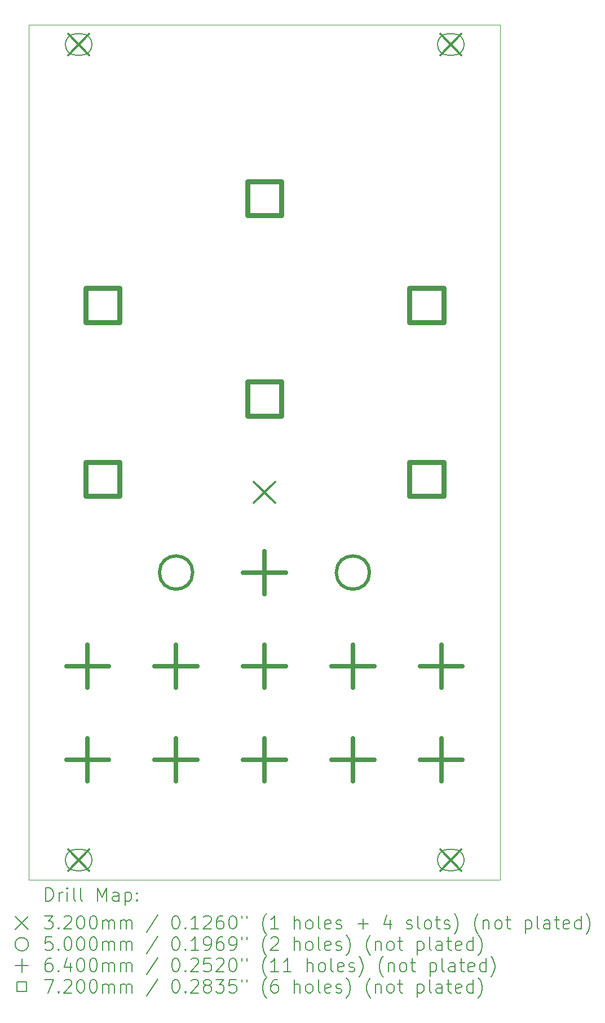
<source format=gbr>
%TF.GenerationSoftware,KiCad,Pcbnew,7.0.8*%
%TF.CreationDate,2024-02-26T10:38:47-05:00*%
%TF.ProjectId,lichen-medium-panel,6c696368-656e-42d6-9d65-6469756d2d70,1.0*%
%TF.SameCoordinates,Original*%
%TF.FileFunction,Drillmap*%
%TF.FilePolarity,Positive*%
%FSLAX45Y45*%
G04 Gerber Fmt 4.5, Leading zero omitted, Abs format (unit mm)*
G04 Created by KiCad (PCBNEW 7.0.8) date 2024-02-26 10:38:47*
%MOMM*%
%LPD*%
G01*
G04 APERTURE LIST*
%ADD10C,0.100000*%
%ADD11C,0.200000*%
%ADD12C,0.320000*%
%ADD13C,0.500000*%
%ADD14C,0.640000*%
%ADD15C,0.720000*%
G04 APERTURE END LIST*
D10*
X10000000Y-10000000D02*
X17080000Y-10000000D01*
X17080000Y-22850000D01*
X10000000Y-22850000D01*
X10000000Y-10000000D01*
D11*
D12*
X10590000Y-10140000D02*
X10910000Y-10460000D01*
X10910000Y-10140000D02*
X10590000Y-10460000D01*
D11*
X10710000Y-10460000D02*
X10790000Y-10460000D01*
X10790000Y-10460000D02*
G75*
G03*
X10790000Y-10140000I0J160000D01*
G01*
X10790000Y-10140000D02*
X10710000Y-10140000D01*
X10710000Y-10140000D02*
G75*
G03*
X10710000Y-10460000I0J-160000D01*
G01*
D12*
X10590000Y-22390000D02*
X10910000Y-22710000D01*
X10910000Y-22390000D02*
X10590000Y-22710000D01*
D11*
X10710000Y-22710000D02*
X10790000Y-22710000D01*
X10790000Y-22710000D02*
G75*
G03*
X10790000Y-22390000I0J160000D01*
G01*
X10790000Y-22390000D02*
X10710000Y-22390000D01*
X10710000Y-22390000D02*
G75*
G03*
X10710000Y-22710000I0J-160000D01*
G01*
D12*
X13380000Y-16867400D02*
X13700000Y-17187400D01*
X13700000Y-16867400D02*
X13380000Y-17187400D01*
X16178000Y-10140000D02*
X16498000Y-10460000D01*
X16498000Y-10140000D02*
X16178000Y-10460000D01*
D11*
X16378000Y-10140000D02*
X16298000Y-10140000D01*
X16298000Y-10140000D02*
G75*
G03*
X16298000Y-10460000I0J-160000D01*
G01*
X16298000Y-10460000D02*
X16378000Y-10460000D01*
X16378000Y-10460000D02*
G75*
G03*
X16378000Y-10140000I0J160000D01*
G01*
D12*
X16178000Y-22390000D02*
X16498000Y-22710000D01*
X16498000Y-22390000D02*
X16178000Y-22710000D01*
D11*
X16378000Y-22390000D02*
X16298000Y-22390000D01*
X16298000Y-22390000D02*
G75*
G03*
X16298000Y-22710000I0J-160000D01*
G01*
X16298000Y-22710000D02*
X16378000Y-22710000D01*
X16378000Y-22710000D02*
G75*
G03*
X16378000Y-22390000I0J160000D01*
G01*
D13*
X12462500Y-18232100D02*
G75*
G03*
X12462500Y-18232100I-250000J0D01*
G01*
X15117500Y-18232100D02*
G75*
G03*
X15117500Y-18232100I-250000J0D01*
G01*
D14*
X10885000Y-19317500D02*
X10885000Y-19957500D01*
X10565000Y-19637500D02*
X11205000Y-19637500D01*
X10885000Y-20723000D02*
X10885000Y-21363000D01*
X10565000Y-21043000D02*
X11205000Y-21043000D01*
X12212500Y-19317500D02*
X12212500Y-19957500D01*
X11892500Y-19637500D02*
X12532500Y-19637500D01*
X12212500Y-20723000D02*
X12212500Y-21363000D01*
X11892500Y-21043000D02*
X12532500Y-21043000D01*
X13540000Y-17912100D02*
X13540000Y-18552100D01*
X13220000Y-18232100D02*
X13860000Y-18232100D01*
X13540000Y-19317500D02*
X13540000Y-19957500D01*
X13220000Y-19637500D02*
X13860000Y-19637500D01*
X13540000Y-20723000D02*
X13540000Y-21363000D01*
X13220000Y-21043000D02*
X13860000Y-21043000D01*
X14867500Y-19317500D02*
X14867500Y-19957500D01*
X14547500Y-19637500D02*
X15187500Y-19637500D01*
X14867500Y-20723000D02*
X14867500Y-21363000D01*
X14547500Y-21043000D02*
X15187500Y-21043000D01*
X16195000Y-19317500D02*
X16195000Y-19957500D01*
X15875000Y-19637500D02*
X16515000Y-19637500D01*
X16195000Y-20723000D02*
X16195000Y-21363000D01*
X15875000Y-21043000D02*
X16515000Y-21043000D01*
D15*
X11360861Y-14470861D02*
X11360861Y-13961739D01*
X10851739Y-13961739D01*
X10851739Y-14470861D01*
X11360861Y-14470861D01*
X11360861Y-17081061D02*
X11360861Y-16571939D01*
X10851739Y-16571939D01*
X10851739Y-17081061D01*
X11360861Y-17081061D01*
X13794561Y-12864761D02*
X13794561Y-12355639D01*
X13285439Y-12355639D01*
X13285439Y-12864761D01*
X13794561Y-12864761D01*
X13794561Y-15876461D02*
X13794561Y-15367339D01*
X13285439Y-15367339D01*
X13285439Y-15876461D01*
X13794561Y-15876461D01*
X16228261Y-14470861D02*
X16228261Y-13961739D01*
X15719139Y-13961739D01*
X15719139Y-14470861D01*
X16228261Y-14470861D01*
X16228261Y-17081061D02*
X16228261Y-16571939D01*
X15719139Y-16571939D01*
X15719139Y-17081061D01*
X16228261Y-17081061D01*
D11*
X10255777Y-23166484D02*
X10255777Y-22966484D01*
X10255777Y-22966484D02*
X10303396Y-22966484D01*
X10303396Y-22966484D02*
X10331967Y-22976008D01*
X10331967Y-22976008D02*
X10351015Y-22995055D01*
X10351015Y-22995055D02*
X10360539Y-23014103D01*
X10360539Y-23014103D02*
X10370063Y-23052198D01*
X10370063Y-23052198D02*
X10370063Y-23080769D01*
X10370063Y-23080769D02*
X10360539Y-23118865D01*
X10360539Y-23118865D02*
X10351015Y-23137912D01*
X10351015Y-23137912D02*
X10331967Y-23156960D01*
X10331967Y-23156960D02*
X10303396Y-23166484D01*
X10303396Y-23166484D02*
X10255777Y-23166484D01*
X10455777Y-23166484D02*
X10455777Y-23033150D01*
X10455777Y-23071246D02*
X10465301Y-23052198D01*
X10465301Y-23052198D02*
X10474824Y-23042674D01*
X10474824Y-23042674D02*
X10493872Y-23033150D01*
X10493872Y-23033150D02*
X10512920Y-23033150D01*
X10579586Y-23166484D02*
X10579586Y-23033150D01*
X10579586Y-22966484D02*
X10570063Y-22976008D01*
X10570063Y-22976008D02*
X10579586Y-22985531D01*
X10579586Y-22985531D02*
X10589110Y-22976008D01*
X10589110Y-22976008D02*
X10579586Y-22966484D01*
X10579586Y-22966484D02*
X10579586Y-22985531D01*
X10703396Y-23166484D02*
X10684348Y-23156960D01*
X10684348Y-23156960D02*
X10674824Y-23137912D01*
X10674824Y-23137912D02*
X10674824Y-22966484D01*
X10808158Y-23166484D02*
X10789110Y-23156960D01*
X10789110Y-23156960D02*
X10779586Y-23137912D01*
X10779586Y-23137912D02*
X10779586Y-22966484D01*
X11036729Y-23166484D02*
X11036729Y-22966484D01*
X11036729Y-22966484D02*
X11103396Y-23109341D01*
X11103396Y-23109341D02*
X11170063Y-22966484D01*
X11170063Y-22966484D02*
X11170063Y-23166484D01*
X11351015Y-23166484D02*
X11351015Y-23061722D01*
X11351015Y-23061722D02*
X11341491Y-23042674D01*
X11341491Y-23042674D02*
X11322443Y-23033150D01*
X11322443Y-23033150D02*
X11284348Y-23033150D01*
X11284348Y-23033150D02*
X11265301Y-23042674D01*
X11351015Y-23156960D02*
X11331967Y-23166484D01*
X11331967Y-23166484D02*
X11284348Y-23166484D01*
X11284348Y-23166484D02*
X11265301Y-23156960D01*
X11265301Y-23156960D02*
X11255777Y-23137912D01*
X11255777Y-23137912D02*
X11255777Y-23118865D01*
X11255777Y-23118865D02*
X11265301Y-23099817D01*
X11265301Y-23099817D02*
X11284348Y-23090293D01*
X11284348Y-23090293D02*
X11331967Y-23090293D01*
X11331967Y-23090293D02*
X11351015Y-23080769D01*
X11446253Y-23033150D02*
X11446253Y-23233150D01*
X11446253Y-23042674D02*
X11465301Y-23033150D01*
X11465301Y-23033150D02*
X11503396Y-23033150D01*
X11503396Y-23033150D02*
X11522443Y-23042674D01*
X11522443Y-23042674D02*
X11531967Y-23052198D01*
X11531967Y-23052198D02*
X11541491Y-23071246D01*
X11541491Y-23071246D02*
X11541491Y-23128388D01*
X11541491Y-23128388D02*
X11531967Y-23147436D01*
X11531967Y-23147436D02*
X11522443Y-23156960D01*
X11522443Y-23156960D02*
X11503396Y-23166484D01*
X11503396Y-23166484D02*
X11465301Y-23166484D01*
X11465301Y-23166484D02*
X11446253Y-23156960D01*
X11627205Y-23147436D02*
X11636729Y-23156960D01*
X11636729Y-23156960D02*
X11627205Y-23166484D01*
X11627205Y-23166484D02*
X11617682Y-23156960D01*
X11617682Y-23156960D02*
X11627205Y-23147436D01*
X11627205Y-23147436D02*
X11627205Y-23166484D01*
X11627205Y-23042674D02*
X11636729Y-23052198D01*
X11636729Y-23052198D02*
X11627205Y-23061722D01*
X11627205Y-23061722D02*
X11617682Y-23052198D01*
X11617682Y-23052198D02*
X11627205Y-23042674D01*
X11627205Y-23042674D02*
X11627205Y-23061722D01*
X9795000Y-23395000D02*
X9995000Y-23595000D01*
X9995000Y-23395000D02*
X9795000Y-23595000D01*
X10236729Y-23386484D02*
X10360539Y-23386484D01*
X10360539Y-23386484D02*
X10293872Y-23462674D01*
X10293872Y-23462674D02*
X10322444Y-23462674D01*
X10322444Y-23462674D02*
X10341491Y-23472198D01*
X10341491Y-23472198D02*
X10351015Y-23481722D01*
X10351015Y-23481722D02*
X10360539Y-23500769D01*
X10360539Y-23500769D02*
X10360539Y-23548388D01*
X10360539Y-23548388D02*
X10351015Y-23567436D01*
X10351015Y-23567436D02*
X10341491Y-23576960D01*
X10341491Y-23576960D02*
X10322444Y-23586484D01*
X10322444Y-23586484D02*
X10265301Y-23586484D01*
X10265301Y-23586484D02*
X10246253Y-23576960D01*
X10246253Y-23576960D02*
X10236729Y-23567436D01*
X10446253Y-23567436D02*
X10455777Y-23576960D01*
X10455777Y-23576960D02*
X10446253Y-23586484D01*
X10446253Y-23586484D02*
X10436729Y-23576960D01*
X10436729Y-23576960D02*
X10446253Y-23567436D01*
X10446253Y-23567436D02*
X10446253Y-23586484D01*
X10531967Y-23405531D02*
X10541491Y-23396008D01*
X10541491Y-23396008D02*
X10560539Y-23386484D01*
X10560539Y-23386484D02*
X10608158Y-23386484D01*
X10608158Y-23386484D02*
X10627205Y-23396008D01*
X10627205Y-23396008D02*
X10636729Y-23405531D01*
X10636729Y-23405531D02*
X10646253Y-23424579D01*
X10646253Y-23424579D02*
X10646253Y-23443627D01*
X10646253Y-23443627D02*
X10636729Y-23472198D01*
X10636729Y-23472198D02*
X10522444Y-23586484D01*
X10522444Y-23586484D02*
X10646253Y-23586484D01*
X10770063Y-23386484D02*
X10789110Y-23386484D01*
X10789110Y-23386484D02*
X10808158Y-23396008D01*
X10808158Y-23396008D02*
X10817682Y-23405531D01*
X10817682Y-23405531D02*
X10827205Y-23424579D01*
X10827205Y-23424579D02*
X10836729Y-23462674D01*
X10836729Y-23462674D02*
X10836729Y-23510293D01*
X10836729Y-23510293D02*
X10827205Y-23548388D01*
X10827205Y-23548388D02*
X10817682Y-23567436D01*
X10817682Y-23567436D02*
X10808158Y-23576960D01*
X10808158Y-23576960D02*
X10789110Y-23586484D01*
X10789110Y-23586484D02*
X10770063Y-23586484D01*
X10770063Y-23586484D02*
X10751015Y-23576960D01*
X10751015Y-23576960D02*
X10741491Y-23567436D01*
X10741491Y-23567436D02*
X10731967Y-23548388D01*
X10731967Y-23548388D02*
X10722444Y-23510293D01*
X10722444Y-23510293D02*
X10722444Y-23462674D01*
X10722444Y-23462674D02*
X10731967Y-23424579D01*
X10731967Y-23424579D02*
X10741491Y-23405531D01*
X10741491Y-23405531D02*
X10751015Y-23396008D01*
X10751015Y-23396008D02*
X10770063Y-23386484D01*
X10960539Y-23386484D02*
X10979586Y-23386484D01*
X10979586Y-23386484D02*
X10998634Y-23396008D01*
X10998634Y-23396008D02*
X11008158Y-23405531D01*
X11008158Y-23405531D02*
X11017682Y-23424579D01*
X11017682Y-23424579D02*
X11027205Y-23462674D01*
X11027205Y-23462674D02*
X11027205Y-23510293D01*
X11027205Y-23510293D02*
X11017682Y-23548388D01*
X11017682Y-23548388D02*
X11008158Y-23567436D01*
X11008158Y-23567436D02*
X10998634Y-23576960D01*
X10998634Y-23576960D02*
X10979586Y-23586484D01*
X10979586Y-23586484D02*
X10960539Y-23586484D01*
X10960539Y-23586484D02*
X10941491Y-23576960D01*
X10941491Y-23576960D02*
X10931967Y-23567436D01*
X10931967Y-23567436D02*
X10922444Y-23548388D01*
X10922444Y-23548388D02*
X10912920Y-23510293D01*
X10912920Y-23510293D02*
X10912920Y-23462674D01*
X10912920Y-23462674D02*
X10922444Y-23424579D01*
X10922444Y-23424579D02*
X10931967Y-23405531D01*
X10931967Y-23405531D02*
X10941491Y-23396008D01*
X10941491Y-23396008D02*
X10960539Y-23386484D01*
X11112920Y-23586484D02*
X11112920Y-23453150D01*
X11112920Y-23472198D02*
X11122444Y-23462674D01*
X11122444Y-23462674D02*
X11141491Y-23453150D01*
X11141491Y-23453150D02*
X11170063Y-23453150D01*
X11170063Y-23453150D02*
X11189110Y-23462674D01*
X11189110Y-23462674D02*
X11198634Y-23481722D01*
X11198634Y-23481722D02*
X11198634Y-23586484D01*
X11198634Y-23481722D02*
X11208158Y-23462674D01*
X11208158Y-23462674D02*
X11227205Y-23453150D01*
X11227205Y-23453150D02*
X11255777Y-23453150D01*
X11255777Y-23453150D02*
X11274824Y-23462674D01*
X11274824Y-23462674D02*
X11284348Y-23481722D01*
X11284348Y-23481722D02*
X11284348Y-23586484D01*
X11379586Y-23586484D02*
X11379586Y-23453150D01*
X11379586Y-23472198D02*
X11389110Y-23462674D01*
X11389110Y-23462674D02*
X11408158Y-23453150D01*
X11408158Y-23453150D02*
X11436729Y-23453150D01*
X11436729Y-23453150D02*
X11455777Y-23462674D01*
X11455777Y-23462674D02*
X11465301Y-23481722D01*
X11465301Y-23481722D02*
X11465301Y-23586484D01*
X11465301Y-23481722D02*
X11474824Y-23462674D01*
X11474824Y-23462674D02*
X11493872Y-23453150D01*
X11493872Y-23453150D02*
X11522443Y-23453150D01*
X11522443Y-23453150D02*
X11541491Y-23462674D01*
X11541491Y-23462674D02*
X11551015Y-23481722D01*
X11551015Y-23481722D02*
X11551015Y-23586484D01*
X11941491Y-23376960D02*
X11770063Y-23634103D01*
X12198634Y-23386484D02*
X12217682Y-23386484D01*
X12217682Y-23386484D02*
X12236729Y-23396008D01*
X12236729Y-23396008D02*
X12246253Y-23405531D01*
X12246253Y-23405531D02*
X12255777Y-23424579D01*
X12255777Y-23424579D02*
X12265301Y-23462674D01*
X12265301Y-23462674D02*
X12265301Y-23510293D01*
X12265301Y-23510293D02*
X12255777Y-23548388D01*
X12255777Y-23548388D02*
X12246253Y-23567436D01*
X12246253Y-23567436D02*
X12236729Y-23576960D01*
X12236729Y-23576960D02*
X12217682Y-23586484D01*
X12217682Y-23586484D02*
X12198634Y-23586484D01*
X12198634Y-23586484D02*
X12179586Y-23576960D01*
X12179586Y-23576960D02*
X12170063Y-23567436D01*
X12170063Y-23567436D02*
X12160539Y-23548388D01*
X12160539Y-23548388D02*
X12151015Y-23510293D01*
X12151015Y-23510293D02*
X12151015Y-23462674D01*
X12151015Y-23462674D02*
X12160539Y-23424579D01*
X12160539Y-23424579D02*
X12170063Y-23405531D01*
X12170063Y-23405531D02*
X12179586Y-23396008D01*
X12179586Y-23396008D02*
X12198634Y-23386484D01*
X12351015Y-23567436D02*
X12360539Y-23576960D01*
X12360539Y-23576960D02*
X12351015Y-23586484D01*
X12351015Y-23586484D02*
X12341491Y-23576960D01*
X12341491Y-23576960D02*
X12351015Y-23567436D01*
X12351015Y-23567436D02*
X12351015Y-23586484D01*
X12551015Y-23586484D02*
X12436729Y-23586484D01*
X12493872Y-23586484D02*
X12493872Y-23386484D01*
X12493872Y-23386484D02*
X12474825Y-23415055D01*
X12474825Y-23415055D02*
X12455777Y-23434103D01*
X12455777Y-23434103D02*
X12436729Y-23443627D01*
X12627206Y-23405531D02*
X12636729Y-23396008D01*
X12636729Y-23396008D02*
X12655777Y-23386484D01*
X12655777Y-23386484D02*
X12703396Y-23386484D01*
X12703396Y-23386484D02*
X12722444Y-23396008D01*
X12722444Y-23396008D02*
X12731967Y-23405531D01*
X12731967Y-23405531D02*
X12741491Y-23424579D01*
X12741491Y-23424579D02*
X12741491Y-23443627D01*
X12741491Y-23443627D02*
X12731967Y-23472198D01*
X12731967Y-23472198D02*
X12617682Y-23586484D01*
X12617682Y-23586484D02*
X12741491Y-23586484D01*
X12912920Y-23386484D02*
X12874825Y-23386484D01*
X12874825Y-23386484D02*
X12855777Y-23396008D01*
X12855777Y-23396008D02*
X12846253Y-23405531D01*
X12846253Y-23405531D02*
X12827206Y-23434103D01*
X12827206Y-23434103D02*
X12817682Y-23472198D01*
X12817682Y-23472198D02*
X12817682Y-23548388D01*
X12817682Y-23548388D02*
X12827206Y-23567436D01*
X12827206Y-23567436D02*
X12836729Y-23576960D01*
X12836729Y-23576960D02*
X12855777Y-23586484D01*
X12855777Y-23586484D02*
X12893872Y-23586484D01*
X12893872Y-23586484D02*
X12912920Y-23576960D01*
X12912920Y-23576960D02*
X12922444Y-23567436D01*
X12922444Y-23567436D02*
X12931967Y-23548388D01*
X12931967Y-23548388D02*
X12931967Y-23500769D01*
X12931967Y-23500769D02*
X12922444Y-23481722D01*
X12922444Y-23481722D02*
X12912920Y-23472198D01*
X12912920Y-23472198D02*
X12893872Y-23462674D01*
X12893872Y-23462674D02*
X12855777Y-23462674D01*
X12855777Y-23462674D02*
X12836729Y-23472198D01*
X12836729Y-23472198D02*
X12827206Y-23481722D01*
X12827206Y-23481722D02*
X12817682Y-23500769D01*
X13055777Y-23386484D02*
X13074825Y-23386484D01*
X13074825Y-23386484D02*
X13093872Y-23396008D01*
X13093872Y-23396008D02*
X13103396Y-23405531D01*
X13103396Y-23405531D02*
X13112920Y-23424579D01*
X13112920Y-23424579D02*
X13122444Y-23462674D01*
X13122444Y-23462674D02*
X13122444Y-23510293D01*
X13122444Y-23510293D02*
X13112920Y-23548388D01*
X13112920Y-23548388D02*
X13103396Y-23567436D01*
X13103396Y-23567436D02*
X13093872Y-23576960D01*
X13093872Y-23576960D02*
X13074825Y-23586484D01*
X13074825Y-23586484D02*
X13055777Y-23586484D01*
X13055777Y-23586484D02*
X13036729Y-23576960D01*
X13036729Y-23576960D02*
X13027206Y-23567436D01*
X13027206Y-23567436D02*
X13017682Y-23548388D01*
X13017682Y-23548388D02*
X13008158Y-23510293D01*
X13008158Y-23510293D02*
X13008158Y-23462674D01*
X13008158Y-23462674D02*
X13017682Y-23424579D01*
X13017682Y-23424579D02*
X13027206Y-23405531D01*
X13027206Y-23405531D02*
X13036729Y-23396008D01*
X13036729Y-23396008D02*
X13055777Y-23386484D01*
X13198634Y-23386484D02*
X13198634Y-23424579D01*
X13274825Y-23386484D02*
X13274825Y-23424579D01*
X13570063Y-23662674D02*
X13560539Y-23653150D01*
X13560539Y-23653150D02*
X13541491Y-23624579D01*
X13541491Y-23624579D02*
X13531968Y-23605531D01*
X13531968Y-23605531D02*
X13522444Y-23576960D01*
X13522444Y-23576960D02*
X13512920Y-23529341D01*
X13512920Y-23529341D02*
X13512920Y-23491246D01*
X13512920Y-23491246D02*
X13522444Y-23443627D01*
X13522444Y-23443627D02*
X13531968Y-23415055D01*
X13531968Y-23415055D02*
X13541491Y-23396008D01*
X13541491Y-23396008D02*
X13560539Y-23367436D01*
X13560539Y-23367436D02*
X13570063Y-23357912D01*
X13751015Y-23586484D02*
X13636729Y-23586484D01*
X13693872Y-23586484D02*
X13693872Y-23386484D01*
X13693872Y-23386484D02*
X13674825Y-23415055D01*
X13674825Y-23415055D02*
X13655777Y-23434103D01*
X13655777Y-23434103D02*
X13636729Y-23443627D01*
X13989110Y-23586484D02*
X13989110Y-23386484D01*
X14074825Y-23586484D02*
X14074825Y-23481722D01*
X14074825Y-23481722D02*
X14065301Y-23462674D01*
X14065301Y-23462674D02*
X14046253Y-23453150D01*
X14046253Y-23453150D02*
X14017682Y-23453150D01*
X14017682Y-23453150D02*
X13998634Y-23462674D01*
X13998634Y-23462674D02*
X13989110Y-23472198D01*
X14198634Y-23586484D02*
X14179587Y-23576960D01*
X14179587Y-23576960D02*
X14170063Y-23567436D01*
X14170063Y-23567436D02*
X14160539Y-23548388D01*
X14160539Y-23548388D02*
X14160539Y-23491246D01*
X14160539Y-23491246D02*
X14170063Y-23472198D01*
X14170063Y-23472198D02*
X14179587Y-23462674D01*
X14179587Y-23462674D02*
X14198634Y-23453150D01*
X14198634Y-23453150D02*
X14227206Y-23453150D01*
X14227206Y-23453150D02*
X14246253Y-23462674D01*
X14246253Y-23462674D02*
X14255777Y-23472198D01*
X14255777Y-23472198D02*
X14265301Y-23491246D01*
X14265301Y-23491246D02*
X14265301Y-23548388D01*
X14265301Y-23548388D02*
X14255777Y-23567436D01*
X14255777Y-23567436D02*
X14246253Y-23576960D01*
X14246253Y-23576960D02*
X14227206Y-23586484D01*
X14227206Y-23586484D02*
X14198634Y-23586484D01*
X14379587Y-23586484D02*
X14360539Y-23576960D01*
X14360539Y-23576960D02*
X14351015Y-23557912D01*
X14351015Y-23557912D02*
X14351015Y-23386484D01*
X14531968Y-23576960D02*
X14512920Y-23586484D01*
X14512920Y-23586484D02*
X14474825Y-23586484D01*
X14474825Y-23586484D02*
X14455777Y-23576960D01*
X14455777Y-23576960D02*
X14446253Y-23557912D01*
X14446253Y-23557912D02*
X14446253Y-23481722D01*
X14446253Y-23481722D02*
X14455777Y-23462674D01*
X14455777Y-23462674D02*
X14474825Y-23453150D01*
X14474825Y-23453150D02*
X14512920Y-23453150D01*
X14512920Y-23453150D02*
X14531968Y-23462674D01*
X14531968Y-23462674D02*
X14541491Y-23481722D01*
X14541491Y-23481722D02*
X14541491Y-23500769D01*
X14541491Y-23500769D02*
X14446253Y-23519817D01*
X14617682Y-23576960D02*
X14636730Y-23586484D01*
X14636730Y-23586484D02*
X14674825Y-23586484D01*
X14674825Y-23586484D02*
X14693872Y-23576960D01*
X14693872Y-23576960D02*
X14703396Y-23557912D01*
X14703396Y-23557912D02*
X14703396Y-23548388D01*
X14703396Y-23548388D02*
X14693872Y-23529341D01*
X14693872Y-23529341D02*
X14674825Y-23519817D01*
X14674825Y-23519817D02*
X14646253Y-23519817D01*
X14646253Y-23519817D02*
X14627206Y-23510293D01*
X14627206Y-23510293D02*
X14617682Y-23491246D01*
X14617682Y-23491246D02*
X14617682Y-23481722D01*
X14617682Y-23481722D02*
X14627206Y-23462674D01*
X14627206Y-23462674D02*
X14646253Y-23453150D01*
X14646253Y-23453150D02*
X14674825Y-23453150D01*
X14674825Y-23453150D02*
X14693872Y-23462674D01*
X14941492Y-23510293D02*
X15093873Y-23510293D01*
X15017682Y-23586484D02*
X15017682Y-23434103D01*
X15427206Y-23453150D02*
X15427206Y-23586484D01*
X15379587Y-23376960D02*
X15331968Y-23519817D01*
X15331968Y-23519817D02*
X15455777Y-23519817D01*
X15674825Y-23576960D02*
X15693873Y-23586484D01*
X15693873Y-23586484D02*
X15731968Y-23586484D01*
X15731968Y-23586484D02*
X15751015Y-23576960D01*
X15751015Y-23576960D02*
X15760539Y-23557912D01*
X15760539Y-23557912D02*
X15760539Y-23548388D01*
X15760539Y-23548388D02*
X15751015Y-23529341D01*
X15751015Y-23529341D02*
X15731968Y-23519817D01*
X15731968Y-23519817D02*
X15703396Y-23519817D01*
X15703396Y-23519817D02*
X15684349Y-23510293D01*
X15684349Y-23510293D02*
X15674825Y-23491246D01*
X15674825Y-23491246D02*
X15674825Y-23481722D01*
X15674825Y-23481722D02*
X15684349Y-23462674D01*
X15684349Y-23462674D02*
X15703396Y-23453150D01*
X15703396Y-23453150D02*
X15731968Y-23453150D01*
X15731968Y-23453150D02*
X15751015Y-23462674D01*
X15874825Y-23586484D02*
X15855777Y-23576960D01*
X15855777Y-23576960D02*
X15846254Y-23557912D01*
X15846254Y-23557912D02*
X15846254Y-23386484D01*
X15979587Y-23586484D02*
X15960539Y-23576960D01*
X15960539Y-23576960D02*
X15951015Y-23567436D01*
X15951015Y-23567436D02*
X15941492Y-23548388D01*
X15941492Y-23548388D02*
X15941492Y-23491246D01*
X15941492Y-23491246D02*
X15951015Y-23472198D01*
X15951015Y-23472198D02*
X15960539Y-23462674D01*
X15960539Y-23462674D02*
X15979587Y-23453150D01*
X15979587Y-23453150D02*
X16008158Y-23453150D01*
X16008158Y-23453150D02*
X16027206Y-23462674D01*
X16027206Y-23462674D02*
X16036730Y-23472198D01*
X16036730Y-23472198D02*
X16046254Y-23491246D01*
X16046254Y-23491246D02*
X16046254Y-23548388D01*
X16046254Y-23548388D02*
X16036730Y-23567436D01*
X16036730Y-23567436D02*
X16027206Y-23576960D01*
X16027206Y-23576960D02*
X16008158Y-23586484D01*
X16008158Y-23586484D02*
X15979587Y-23586484D01*
X16103396Y-23453150D02*
X16179587Y-23453150D01*
X16131968Y-23386484D02*
X16131968Y-23557912D01*
X16131968Y-23557912D02*
X16141492Y-23576960D01*
X16141492Y-23576960D02*
X16160539Y-23586484D01*
X16160539Y-23586484D02*
X16179587Y-23586484D01*
X16236730Y-23576960D02*
X16255777Y-23586484D01*
X16255777Y-23586484D02*
X16293873Y-23586484D01*
X16293873Y-23586484D02*
X16312920Y-23576960D01*
X16312920Y-23576960D02*
X16322444Y-23557912D01*
X16322444Y-23557912D02*
X16322444Y-23548388D01*
X16322444Y-23548388D02*
X16312920Y-23529341D01*
X16312920Y-23529341D02*
X16293873Y-23519817D01*
X16293873Y-23519817D02*
X16265301Y-23519817D01*
X16265301Y-23519817D02*
X16246254Y-23510293D01*
X16246254Y-23510293D02*
X16236730Y-23491246D01*
X16236730Y-23491246D02*
X16236730Y-23481722D01*
X16236730Y-23481722D02*
X16246254Y-23462674D01*
X16246254Y-23462674D02*
X16265301Y-23453150D01*
X16265301Y-23453150D02*
X16293873Y-23453150D01*
X16293873Y-23453150D02*
X16312920Y-23462674D01*
X16389111Y-23662674D02*
X16398635Y-23653150D01*
X16398635Y-23653150D02*
X16417682Y-23624579D01*
X16417682Y-23624579D02*
X16427206Y-23605531D01*
X16427206Y-23605531D02*
X16436730Y-23576960D01*
X16436730Y-23576960D02*
X16446254Y-23529341D01*
X16446254Y-23529341D02*
X16446254Y-23491246D01*
X16446254Y-23491246D02*
X16436730Y-23443627D01*
X16436730Y-23443627D02*
X16427206Y-23415055D01*
X16427206Y-23415055D02*
X16417682Y-23396008D01*
X16417682Y-23396008D02*
X16398635Y-23367436D01*
X16398635Y-23367436D02*
X16389111Y-23357912D01*
X16751016Y-23662674D02*
X16741492Y-23653150D01*
X16741492Y-23653150D02*
X16722444Y-23624579D01*
X16722444Y-23624579D02*
X16712920Y-23605531D01*
X16712920Y-23605531D02*
X16703396Y-23576960D01*
X16703396Y-23576960D02*
X16693873Y-23529341D01*
X16693873Y-23529341D02*
X16693873Y-23491246D01*
X16693873Y-23491246D02*
X16703396Y-23443627D01*
X16703396Y-23443627D02*
X16712920Y-23415055D01*
X16712920Y-23415055D02*
X16722444Y-23396008D01*
X16722444Y-23396008D02*
X16741492Y-23367436D01*
X16741492Y-23367436D02*
X16751016Y-23357912D01*
X16827206Y-23453150D02*
X16827206Y-23586484D01*
X16827206Y-23472198D02*
X16836730Y-23462674D01*
X16836730Y-23462674D02*
X16855777Y-23453150D01*
X16855777Y-23453150D02*
X16884349Y-23453150D01*
X16884349Y-23453150D02*
X16903397Y-23462674D01*
X16903397Y-23462674D02*
X16912920Y-23481722D01*
X16912920Y-23481722D02*
X16912920Y-23586484D01*
X17036730Y-23586484D02*
X17017682Y-23576960D01*
X17017682Y-23576960D02*
X17008158Y-23567436D01*
X17008158Y-23567436D02*
X16998635Y-23548388D01*
X16998635Y-23548388D02*
X16998635Y-23491246D01*
X16998635Y-23491246D02*
X17008158Y-23472198D01*
X17008158Y-23472198D02*
X17017682Y-23462674D01*
X17017682Y-23462674D02*
X17036730Y-23453150D01*
X17036730Y-23453150D02*
X17065301Y-23453150D01*
X17065301Y-23453150D02*
X17084349Y-23462674D01*
X17084349Y-23462674D02*
X17093873Y-23472198D01*
X17093873Y-23472198D02*
X17103397Y-23491246D01*
X17103397Y-23491246D02*
X17103397Y-23548388D01*
X17103397Y-23548388D02*
X17093873Y-23567436D01*
X17093873Y-23567436D02*
X17084349Y-23576960D01*
X17084349Y-23576960D02*
X17065301Y-23586484D01*
X17065301Y-23586484D02*
X17036730Y-23586484D01*
X17160539Y-23453150D02*
X17236730Y-23453150D01*
X17189111Y-23386484D02*
X17189111Y-23557912D01*
X17189111Y-23557912D02*
X17198635Y-23576960D01*
X17198635Y-23576960D02*
X17217682Y-23586484D01*
X17217682Y-23586484D02*
X17236730Y-23586484D01*
X17455778Y-23453150D02*
X17455778Y-23653150D01*
X17455778Y-23462674D02*
X17474825Y-23453150D01*
X17474825Y-23453150D02*
X17512920Y-23453150D01*
X17512920Y-23453150D02*
X17531968Y-23462674D01*
X17531968Y-23462674D02*
X17541492Y-23472198D01*
X17541492Y-23472198D02*
X17551016Y-23491246D01*
X17551016Y-23491246D02*
X17551016Y-23548388D01*
X17551016Y-23548388D02*
X17541492Y-23567436D01*
X17541492Y-23567436D02*
X17531968Y-23576960D01*
X17531968Y-23576960D02*
X17512920Y-23586484D01*
X17512920Y-23586484D02*
X17474825Y-23586484D01*
X17474825Y-23586484D02*
X17455778Y-23576960D01*
X17665301Y-23586484D02*
X17646254Y-23576960D01*
X17646254Y-23576960D02*
X17636730Y-23557912D01*
X17636730Y-23557912D02*
X17636730Y-23386484D01*
X17827206Y-23586484D02*
X17827206Y-23481722D01*
X17827206Y-23481722D02*
X17817682Y-23462674D01*
X17817682Y-23462674D02*
X17798635Y-23453150D01*
X17798635Y-23453150D02*
X17760539Y-23453150D01*
X17760539Y-23453150D02*
X17741492Y-23462674D01*
X17827206Y-23576960D02*
X17808159Y-23586484D01*
X17808159Y-23586484D02*
X17760539Y-23586484D01*
X17760539Y-23586484D02*
X17741492Y-23576960D01*
X17741492Y-23576960D02*
X17731968Y-23557912D01*
X17731968Y-23557912D02*
X17731968Y-23538865D01*
X17731968Y-23538865D02*
X17741492Y-23519817D01*
X17741492Y-23519817D02*
X17760539Y-23510293D01*
X17760539Y-23510293D02*
X17808159Y-23510293D01*
X17808159Y-23510293D02*
X17827206Y-23500769D01*
X17893873Y-23453150D02*
X17970063Y-23453150D01*
X17922444Y-23386484D02*
X17922444Y-23557912D01*
X17922444Y-23557912D02*
X17931968Y-23576960D01*
X17931968Y-23576960D02*
X17951016Y-23586484D01*
X17951016Y-23586484D02*
X17970063Y-23586484D01*
X18112920Y-23576960D02*
X18093873Y-23586484D01*
X18093873Y-23586484D02*
X18055778Y-23586484D01*
X18055778Y-23586484D02*
X18036730Y-23576960D01*
X18036730Y-23576960D02*
X18027206Y-23557912D01*
X18027206Y-23557912D02*
X18027206Y-23481722D01*
X18027206Y-23481722D02*
X18036730Y-23462674D01*
X18036730Y-23462674D02*
X18055778Y-23453150D01*
X18055778Y-23453150D02*
X18093873Y-23453150D01*
X18093873Y-23453150D02*
X18112920Y-23462674D01*
X18112920Y-23462674D02*
X18122444Y-23481722D01*
X18122444Y-23481722D02*
X18122444Y-23500769D01*
X18122444Y-23500769D02*
X18027206Y-23519817D01*
X18293873Y-23586484D02*
X18293873Y-23386484D01*
X18293873Y-23576960D02*
X18274825Y-23586484D01*
X18274825Y-23586484D02*
X18236730Y-23586484D01*
X18236730Y-23586484D02*
X18217682Y-23576960D01*
X18217682Y-23576960D02*
X18208159Y-23567436D01*
X18208159Y-23567436D02*
X18198635Y-23548388D01*
X18198635Y-23548388D02*
X18198635Y-23491246D01*
X18198635Y-23491246D02*
X18208159Y-23472198D01*
X18208159Y-23472198D02*
X18217682Y-23462674D01*
X18217682Y-23462674D02*
X18236730Y-23453150D01*
X18236730Y-23453150D02*
X18274825Y-23453150D01*
X18274825Y-23453150D02*
X18293873Y-23462674D01*
X18370063Y-23662674D02*
X18379587Y-23653150D01*
X18379587Y-23653150D02*
X18398635Y-23624579D01*
X18398635Y-23624579D02*
X18408159Y-23605531D01*
X18408159Y-23605531D02*
X18417682Y-23576960D01*
X18417682Y-23576960D02*
X18427206Y-23529341D01*
X18427206Y-23529341D02*
X18427206Y-23491246D01*
X18427206Y-23491246D02*
X18417682Y-23443627D01*
X18417682Y-23443627D02*
X18408159Y-23415055D01*
X18408159Y-23415055D02*
X18398635Y-23396008D01*
X18398635Y-23396008D02*
X18379587Y-23367436D01*
X18379587Y-23367436D02*
X18370063Y-23357912D01*
X9995000Y-23815000D02*
G75*
G03*
X9995000Y-23815000I-100000J0D01*
G01*
X10351015Y-23706484D02*
X10255777Y-23706484D01*
X10255777Y-23706484D02*
X10246253Y-23801722D01*
X10246253Y-23801722D02*
X10255777Y-23792198D01*
X10255777Y-23792198D02*
X10274824Y-23782674D01*
X10274824Y-23782674D02*
X10322444Y-23782674D01*
X10322444Y-23782674D02*
X10341491Y-23792198D01*
X10341491Y-23792198D02*
X10351015Y-23801722D01*
X10351015Y-23801722D02*
X10360539Y-23820769D01*
X10360539Y-23820769D02*
X10360539Y-23868388D01*
X10360539Y-23868388D02*
X10351015Y-23887436D01*
X10351015Y-23887436D02*
X10341491Y-23896960D01*
X10341491Y-23896960D02*
X10322444Y-23906484D01*
X10322444Y-23906484D02*
X10274824Y-23906484D01*
X10274824Y-23906484D02*
X10255777Y-23896960D01*
X10255777Y-23896960D02*
X10246253Y-23887436D01*
X10446253Y-23887436D02*
X10455777Y-23896960D01*
X10455777Y-23896960D02*
X10446253Y-23906484D01*
X10446253Y-23906484D02*
X10436729Y-23896960D01*
X10436729Y-23896960D02*
X10446253Y-23887436D01*
X10446253Y-23887436D02*
X10446253Y-23906484D01*
X10579586Y-23706484D02*
X10598634Y-23706484D01*
X10598634Y-23706484D02*
X10617682Y-23716008D01*
X10617682Y-23716008D02*
X10627205Y-23725531D01*
X10627205Y-23725531D02*
X10636729Y-23744579D01*
X10636729Y-23744579D02*
X10646253Y-23782674D01*
X10646253Y-23782674D02*
X10646253Y-23830293D01*
X10646253Y-23830293D02*
X10636729Y-23868388D01*
X10636729Y-23868388D02*
X10627205Y-23887436D01*
X10627205Y-23887436D02*
X10617682Y-23896960D01*
X10617682Y-23896960D02*
X10598634Y-23906484D01*
X10598634Y-23906484D02*
X10579586Y-23906484D01*
X10579586Y-23906484D02*
X10560539Y-23896960D01*
X10560539Y-23896960D02*
X10551015Y-23887436D01*
X10551015Y-23887436D02*
X10541491Y-23868388D01*
X10541491Y-23868388D02*
X10531967Y-23830293D01*
X10531967Y-23830293D02*
X10531967Y-23782674D01*
X10531967Y-23782674D02*
X10541491Y-23744579D01*
X10541491Y-23744579D02*
X10551015Y-23725531D01*
X10551015Y-23725531D02*
X10560539Y-23716008D01*
X10560539Y-23716008D02*
X10579586Y-23706484D01*
X10770063Y-23706484D02*
X10789110Y-23706484D01*
X10789110Y-23706484D02*
X10808158Y-23716008D01*
X10808158Y-23716008D02*
X10817682Y-23725531D01*
X10817682Y-23725531D02*
X10827205Y-23744579D01*
X10827205Y-23744579D02*
X10836729Y-23782674D01*
X10836729Y-23782674D02*
X10836729Y-23830293D01*
X10836729Y-23830293D02*
X10827205Y-23868388D01*
X10827205Y-23868388D02*
X10817682Y-23887436D01*
X10817682Y-23887436D02*
X10808158Y-23896960D01*
X10808158Y-23896960D02*
X10789110Y-23906484D01*
X10789110Y-23906484D02*
X10770063Y-23906484D01*
X10770063Y-23906484D02*
X10751015Y-23896960D01*
X10751015Y-23896960D02*
X10741491Y-23887436D01*
X10741491Y-23887436D02*
X10731967Y-23868388D01*
X10731967Y-23868388D02*
X10722444Y-23830293D01*
X10722444Y-23830293D02*
X10722444Y-23782674D01*
X10722444Y-23782674D02*
X10731967Y-23744579D01*
X10731967Y-23744579D02*
X10741491Y-23725531D01*
X10741491Y-23725531D02*
X10751015Y-23716008D01*
X10751015Y-23716008D02*
X10770063Y-23706484D01*
X10960539Y-23706484D02*
X10979586Y-23706484D01*
X10979586Y-23706484D02*
X10998634Y-23716008D01*
X10998634Y-23716008D02*
X11008158Y-23725531D01*
X11008158Y-23725531D02*
X11017682Y-23744579D01*
X11017682Y-23744579D02*
X11027205Y-23782674D01*
X11027205Y-23782674D02*
X11027205Y-23830293D01*
X11027205Y-23830293D02*
X11017682Y-23868388D01*
X11017682Y-23868388D02*
X11008158Y-23887436D01*
X11008158Y-23887436D02*
X10998634Y-23896960D01*
X10998634Y-23896960D02*
X10979586Y-23906484D01*
X10979586Y-23906484D02*
X10960539Y-23906484D01*
X10960539Y-23906484D02*
X10941491Y-23896960D01*
X10941491Y-23896960D02*
X10931967Y-23887436D01*
X10931967Y-23887436D02*
X10922444Y-23868388D01*
X10922444Y-23868388D02*
X10912920Y-23830293D01*
X10912920Y-23830293D02*
X10912920Y-23782674D01*
X10912920Y-23782674D02*
X10922444Y-23744579D01*
X10922444Y-23744579D02*
X10931967Y-23725531D01*
X10931967Y-23725531D02*
X10941491Y-23716008D01*
X10941491Y-23716008D02*
X10960539Y-23706484D01*
X11112920Y-23906484D02*
X11112920Y-23773150D01*
X11112920Y-23792198D02*
X11122444Y-23782674D01*
X11122444Y-23782674D02*
X11141491Y-23773150D01*
X11141491Y-23773150D02*
X11170063Y-23773150D01*
X11170063Y-23773150D02*
X11189110Y-23782674D01*
X11189110Y-23782674D02*
X11198634Y-23801722D01*
X11198634Y-23801722D02*
X11198634Y-23906484D01*
X11198634Y-23801722D02*
X11208158Y-23782674D01*
X11208158Y-23782674D02*
X11227205Y-23773150D01*
X11227205Y-23773150D02*
X11255777Y-23773150D01*
X11255777Y-23773150D02*
X11274824Y-23782674D01*
X11274824Y-23782674D02*
X11284348Y-23801722D01*
X11284348Y-23801722D02*
X11284348Y-23906484D01*
X11379586Y-23906484D02*
X11379586Y-23773150D01*
X11379586Y-23792198D02*
X11389110Y-23782674D01*
X11389110Y-23782674D02*
X11408158Y-23773150D01*
X11408158Y-23773150D02*
X11436729Y-23773150D01*
X11436729Y-23773150D02*
X11455777Y-23782674D01*
X11455777Y-23782674D02*
X11465301Y-23801722D01*
X11465301Y-23801722D02*
X11465301Y-23906484D01*
X11465301Y-23801722D02*
X11474824Y-23782674D01*
X11474824Y-23782674D02*
X11493872Y-23773150D01*
X11493872Y-23773150D02*
X11522443Y-23773150D01*
X11522443Y-23773150D02*
X11541491Y-23782674D01*
X11541491Y-23782674D02*
X11551015Y-23801722D01*
X11551015Y-23801722D02*
X11551015Y-23906484D01*
X11941491Y-23696960D02*
X11770063Y-23954103D01*
X12198634Y-23706484D02*
X12217682Y-23706484D01*
X12217682Y-23706484D02*
X12236729Y-23716008D01*
X12236729Y-23716008D02*
X12246253Y-23725531D01*
X12246253Y-23725531D02*
X12255777Y-23744579D01*
X12255777Y-23744579D02*
X12265301Y-23782674D01*
X12265301Y-23782674D02*
X12265301Y-23830293D01*
X12265301Y-23830293D02*
X12255777Y-23868388D01*
X12255777Y-23868388D02*
X12246253Y-23887436D01*
X12246253Y-23887436D02*
X12236729Y-23896960D01*
X12236729Y-23896960D02*
X12217682Y-23906484D01*
X12217682Y-23906484D02*
X12198634Y-23906484D01*
X12198634Y-23906484D02*
X12179586Y-23896960D01*
X12179586Y-23896960D02*
X12170063Y-23887436D01*
X12170063Y-23887436D02*
X12160539Y-23868388D01*
X12160539Y-23868388D02*
X12151015Y-23830293D01*
X12151015Y-23830293D02*
X12151015Y-23782674D01*
X12151015Y-23782674D02*
X12160539Y-23744579D01*
X12160539Y-23744579D02*
X12170063Y-23725531D01*
X12170063Y-23725531D02*
X12179586Y-23716008D01*
X12179586Y-23716008D02*
X12198634Y-23706484D01*
X12351015Y-23887436D02*
X12360539Y-23896960D01*
X12360539Y-23896960D02*
X12351015Y-23906484D01*
X12351015Y-23906484D02*
X12341491Y-23896960D01*
X12341491Y-23896960D02*
X12351015Y-23887436D01*
X12351015Y-23887436D02*
X12351015Y-23906484D01*
X12551015Y-23906484D02*
X12436729Y-23906484D01*
X12493872Y-23906484D02*
X12493872Y-23706484D01*
X12493872Y-23706484D02*
X12474825Y-23735055D01*
X12474825Y-23735055D02*
X12455777Y-23754103D01*
X12455777Y-23754103D02*
X12436729Y-23763627D01*
X12646253Y-23906484D02*
X12684348Y-23906484D01*
X12684348Y-23906484D02*
X12703396Y-23896960D01*
X12703396Y-23896960D02*
X12712920Y-23887436D01*
X12712920Y-23887436D02*
X12731967Y-23858865D01*
X12731967Y-23858865D02*
X12741491Y-23820769D01*
X12741491Y-23820769D02*
X12741491Y-23744579D01*
X12741491Y-23744579D02*
X12731967Y-23725531D01*
X12731967Y-23725531D02*
X12722444Y-23716008D01*
X12722444Y-23716008D02*
X12703396Y-23706484D01*
X12703396Y-23706484D02*
X12665301Y-23706484D01*
X12665301Y-23706484D02*
X12646253Y-23716008D01*
X12646253Y-23716008D02*
X12636729Y-23725531D01*
X12636729Y-23725531D02*
X12627206Y-23744579D01*
X12627206Y-23744579D02*
X12627206Y-23792198D01*
X12627206Y-23792198D02*
X12636729Y-23811246D01*
X12636729Y-23811246D02*
X12646253Y-23820769D01*
X12646253Y-23820769D02*
X12665301Y-23830293D01*
X12665301Y-23830293D02*
X12703396Y-23830293D01*
X12703396Y-23830293D02*
X12722444Y-23820769D01*
X12722444Y-23820769D02*
X12731967Y-23811246D01*
X12731967Y-23811246D02*
X12741491Y-23792198D01*
X12912920Y-23706484D02*
X12874825Y-23706484D01*
X12874825Y-23706484D02*
X12855777Y-23716008D01*
X12855777Y-23716008D02*
X12846253Y-23725531D01*
X12846253Y-23725531D02*
X12827206Y-23754103D01*
X12827206Y-23754103D02*
X12817682Y-23792198D01*
X12817682Y-23792198D02*
X12817682Y-23868388D01*
X12817682Y-23868388D02*
X12827206Y-23887436D01*
X12827206Y-23887436D02*
X12836729Y-23896960D01*
X12836729Y-23896960D02*
X12855777Y-23906484D01*
X12855777Y-23906484D02*
X12893872Y-23906484D01*
X12893872Y-23906484D02*
X12912920Y-23896960D01*
X12912920Y-23896960D02*
X12922444Y-23887436D01*
X12922444Y-23887436D02*
X12931967Y-23868388D01*
X12931967Y-23868388D02*
X12931967Y-23820769D01*
X12931967Y-23820769D02*
X12922444Y-23801722D01*
X12922444Y-23801722D02*
X12912920Y-23792198D01*
X12912920Y-23792198D02*
X12893872Y-23782674D01*
X12893872Y-23782674D02*
X12855777Y-23782674D01*
X12855777Y-23782674D02*
X12836729Y-23792198D01*
X12836729Y-23792198D02*
X12827206Y-23801722D01*
X12827206Y-23801722D02*
X12817682Y-23820769D01*
X13027206Y-23906484D02*
X13065301Y-23906484D01*
X13065301Y-23906484D02*
X13084348Y-23896960D01*
X13084348Y-23896960D02*
X13093872Y-23887436D01*
X13093872Y-23887436D02*
X13112920Y-23858865D01*
X13112920Y-23858865D02*
X13122444Y-23820769D01*
X13122444Y-23820769D02*
X13122444Y-23744579D01*
X13122444Y-23744579D02*
X13112920Y-23725531D01*
X13112920Y-23725531D02*
X13103396Y-23716008D01*
X13103396Y-23716008D02*
X13084348Y-23706484D01*
X13084348Y-23706484D02*
X13046253Y-23706484D01*
X13046253Y-23706484D02*
X13027206Y-23716008D01*
X13027206Y-23716008D02*
X13017682Y-23725531D01*
X13017682Y-23725531D02*
X13008158Y-23744579D01*
X13008158Y-23744579D02*
X13008158Y-23792198D01*
X13008158Y-23792198D02*
X13017682Y-23811246D01*
X13017682Y-23811246D02*
X13027206Y-23820769D01*
X13027206Y-23820769D02*
X13046253Y-23830293D01*
X13046253Y-23830293D02*
X13084348Y-23830293D01*
X13084348Y-23830293D02*
X13103396Y-23820769D01*
X13103396Y-23820769D02*
X13112920Y-23811246D01*
X13112920Y-23811246D02*
X13122444Y-23792198D01*
X13198634Y-23706484D02*
X13198634Y-23744579D01*
X13274825Y-23706484D02*
X13274825Y-23744579D01*
X13570063Y-23982674D02*
X13560539Y-23973150D01*
X13560539Y-23973150D02*
X13541491Y-23944579D01*
X13541491Y-23944579D02*
X13531968Y-23925531D01*
X13531968Y-23925531D02*
X13522444Y-23896960D01*
X13522444Y-23896960D02*
X13512920Y-23849341D01*
X13512920Y-23849341D02*
X13512920Y-23811246D01*
X13512920Y-23811246D02*
X13522444Y-23763627D01*
X13522444Y-23763627D02*
X13531968Y-23735055D01*
X13531968Y-23735055D02*
X13541491Y-23716008D01*
X13541491Y-23716008D02*
X13560539Y-23687436D01*
X13560539Y-23687436D02*
X13570063Y-23677912D01*
X13636729Y-23725531D02*
X13646253Y-23716008D01*
X13646253Y-23716008D02*
X13665301Y-23706484D01*
X13665301Y-23706484D02*
X13712920Y-23706484D01*
X13712920Y-23706484D02*
X13731968Y-23716008D01*
X13731968Y-23716008D02*
X13741491Y-23725531D01*
X13741491Y-23725531D02*
X13751015Y-23744579D01*
X13751015Y-23744579D02*
X13751015Y-23763627D01*
X13751015Y-23763627D02*
X13741491Y-23792198D01*
X13741491Y-23792198D02*
X13627206Y-23906484D01*
X13627206Y-23906484D02*
X13751015Y-23906484D01*
X13989110Y-23906484D02*
X13989110Y-23706484D01*
X14074825Y-23906484D02*
X14074825Y-23801722D01*
X14074825Y-23801722D02*
X14065301Y-23782674D01*
X14065301Y-23782674D02*
X14046253Y-23773150D01*
X14046253Y-23773150D02*
X14017682Y-23773150D01*
X14017682Y-23773150D02*
X13998634Y-23782674D01*
X13998634Y-23782674D02*
X13989110Y-23792198D01*
X14198634Y-23906484D02*
X14179587Y-23896960D01*
X14179587Y-23896960D02*
X14170063Y-23887436D01*
X14170063Y-23887436D02*
X14160539Y-23868388D01*
X14160539Y-23868388D02*
X14160539Y-23811246D01*
X14160539Y-23811246D02*
X14170063Y-23792198D01*
X14170063Y-23792198D02*
X14179587Y-23782674D01*
X14179587Y-23782674D02*
X14198634Y-23773150D01*
X14198634Y-23773150D02*
X14227206Y-23773150D01*
X14227206Y-23773150D02*
X14246253Y-23782674D01*
X14246253Y-23782674D02*
X14255777Y-23792198D01*
X14255777Y-23792198D02*
X14265301Y-23811246D01*
X14265301Y-23811246D02*
X14265301Y-23868388D01*
X14265301Y-23868388D02*
X14255777Y-23887436D01*
X14255777Y-23887436D02*
X14246253Y-23896960D01*
X14246253Y-23896960D02*
X14227206Y-23906484D01*
X14227206Y-23906484D02*
X14198634Y-23906484D01*
X14379587Y-23906484D02*
X14360539Y-23896960D01*
X14360539Y-23896960D02*
X14351015Y-23877912D01*
X14351015Y-23877912D02*
X14351015Y-23706484D01*
X14531968Y-23896960D02*
X14512920Y-23906484D01*
X14512920Y-23906484D02*
X14474825Y-23906484D01*
X14474825Y-23906484D02*
X14455777Y-23896960D01*
X14455777Y-23896960D02*
X14446253Y-23877912D01*
X14446253Y-23877912D02*
X14446253Y-23801722D01*
X14446253Y-23801722D02*
X14455777Y-23782674D01*
X14455777Y-23782674D02*
X14474825Y-23773150D01*
X14474825Y-23773150D02*
X14512920Y-23773150D01*
X14512920Y-23773150D02*
X14531968Y-23782674D01*
X14531968Y-23782674D02*
X14541491Y-23801722D01*
X14541491Y-23801722D02*
X14541491Y-23820769D01*
X14541491Y-23820769D02*
X14446253Y-23839817D01*
X14617682Y-23896960D02*
X14636730Y-23906484D01*
X14636730Y-23906484D02*
X14674825Y-23906484D01*
X14674825Y-23906484D02*
X14693872Y-23896960D01*
X14693872Y-23896960D02*
X14703396Y-23877912D01*
X14703396Y-23877912D02*
X14703396Y-23868388D01*
X14703396Y-23868388D02*
X14693872Y-23849341D01*
X14693872Y-23849341D02*
X14674825Y-23839817D01*
X14674825Y-23839817D02*
X14646253Y-23839817D01*
X14646253Y-23839817D02*
X14627206Y-23830293D01*
X14627206Y-23830293D02*
X14617682Y-23811246D01*
X14617682Y-23811246D02*
X14617682Y-23801722D01*
X14617682Y-23801722D02*
X14627206Y-23782674D01*
X14627206Y-23782674D02*
X14646253Y-23773150D01*
X14646253Y-23773150D02*
X14674825Y-23773150D01*
X14674825Y-23773150D02*
X14693872Y-23782674D01*
X14770063Y-23982674D02*
X14779587Y-23973150D01*
X14779587Y-23973150D02*
X14798634Y-23944579D01*
X14798634Y-23944579D02*
X14808158Y-23925531D01*
X14808158Y-23925531D02*
X14817682Y-23896960D01*
X14817682Y-23896960D02*
X14827206Y-23849341D01*
X14827206Y-23849341D02*
X14827206Y-23811246D01*
X14827206Y-23811246D02*
X14817682Y-23763627D01*
X14817682Y-23763627D02*
X14808158Y-23735055D01*
X14808158Y-23735055D02*
X14798634Y-23716008D01*
X14798634Y-23716008D02*
X14779587Y-23687436D01*
X14779587Y-23687436D02*
X14770063Y-23677912D01*
X15131968Y-23982674D02*
X15122444Y-23973150D01*
X15122444Y-23973150D02*
X15103396Y-23944579D01*
X15103396Y-23944579D02*
X15093872Y-23925531D01*
X15093872Y-23925531D02*
X15084349Y-23896960D01*
X15084349Y-23896960D02*
X15074825Y-23849341D01*
X15074825Y-23849341D02*
X15074825Y-23811246D01*
X15074825Y-23811246D02*
X15084349Y-23763627D01*
X15084349Y-23763627D02*
X15093872Y-23735055D01*
X15093872Y-23735055D02*
X15103396Y-23716008D01*
X15103396Y-23716008D02*
X15122444Y-23687436D01*
X15122444Y-23687436D02*
X15131968Y-23677912D01*
X15208158Y-23773150D02*
X15208158Y-23906484D01*
X15208158Y-23792198D02*
X15217682Y-23782674D01*
X15217682Y-23782674D02*
X15236730Y-23773150D01*
X15236730Y-23773150D02*
X15265301Y-23773150D01*
X15265301Y-23773150D02*
X15284349Y-23782674D01*
X15284349Y-23782674D02*
X15293872Y-23801722D01*
X15293872Y-23801722D02*
X15293872Y-23906484D01*
X15417682Y-23906484D02*
X15398634Y-23896960D01*
X15398634Y-23896960D02*
X15389111Y-23887436D01*
X15389111Y-23887436D02*
X15379587Y-23868388D01*
X15379587Y-23868388D02*
X15379587Y-23811246D01*
X15379587Y-23811246D02*
X15389111Y-23792198D01*
X15389111Y-23792198D02*
X15398634Y-23782674D01*
X15398634Y-23782674D02*
X15417682Y-23773150D01*
X15417682Y-23773150D02*
X15446253Y-23773150D01*
X15446253Y-23773150D02*
X15465301Y-23782674D01*
X15465301Y-23782674D02*
X15474825Y-23792198D01*
X15474825Y-23792198D02*
X15484349Y-23811246D01*
X15484349Y-23811246D02*
X15484349Y-23868388D01*
X15484349Y-23868388D02*
X15474825Y-23887436D01*
X15474825Y-23887436D02*
X15465301Y-23896960D01*
X15465301Y-23896960D02*
X15446253Y-23906484D01*
X15446253Y-23906484D02*
X15417682Y-23906484D01*
X15541492Y-23773150D02*
X15617682Y-23773150D01*
X15570063Y-23706484D02*
X15570063Y-23877912D01*
X15570063Y-23877912D02*
X15579587Y-23896960D01*
X15579587Y-23896960D02*
X15598634Y-23906484D01*
X15598634Y-23906484D02*
X15617682Y-23906484D01*
X15836730Y-23773150D02*
X15836730Y-23973150D01*
X15836730Y-23782674D02*
X15855777Y-23773150D01*
X15855777Y-23773150D02*
X15893873Y-23773150D01*
X15893873Y-23773150D02*
X15912920Y-23782674D01*
X15912920Y-23782674D02*
X15922444Y-23792198D01*
X15922444Y-23792198D02*
X15931968Y-23811246D01*
X15931968Y-23811246D02*
X15931968Y-23868388D01*
X15931968Y-23868388D02*
X15922444Y-23887436D01*
X15922444Y-23887436D02*
X15912920Y-23896960D01*
X15912920Y-23896960D02*
X15893873Y-23906484D01*
X15893873Y-23906484D02*
X15855777Y-23906484D01*
X15855777Y-23906484D02*
X15836730Y-23896960D01*
X16046253Y-23906484D02*
X16027206Y-23896960D01*
X16027206Y-23896960D02*
X16017682Y-23877912D01*
X16017682Y-23877912D02*
X16017682Y-23706484D01*
X16208158Y-23906484D02*
X16208158Y-23801722D01*
X16208158Y-23801722D02*
X16198634Y-23782674D01*
X16198634Y-23782674D02*
X16179587Y-23773150D01*
X16179587Y-23773150D02*
X16141492Y-23773150D01*
X16141492Y-23773150D02*
X16122444Y-23782674D01*
X16208158Y-23896960D02*
X16189111Y-23906484D01*
X16189111Y-23906484D02*
X16141492Y-23906484D01*
X16141492Y-23906484D02*
X16122444Y-23896960D01*
X16122444Y-23896960D02*
X16112920Y-23877912D01*
X16112920Y-23877912D02*
X16112920Y-23858865D01*
X16112920Y-23858865D02*
X16122444Y-23839817D01*
X16122444Y-23839817D02*
X16141492Y-23830293D01*
X16141492Y-23830293D02*
X16189111Y-23830293D01*
X16189111Y-23830293D02*
X16208158Y-23820769D01*
X16274825Y-23773150D02*
X16351015Y-23773150D01*
X16303396Y-23706484D02*
X16303396Y-23877912D01*
X16303396Y-23877912D02*
X16312920Y-23896960D01*
X16312920Y-23896960D02*
X16331968Y-23906484D01*
X16331968Y-23906484D02*
X16351015Y-23906484D01*
X16493873Y-23896960D02*
X16474825Y-23906484D01*
X16474825Y-23906484D02*
X16436730Y-23906484D01*
X16436730Y-23906484D02*
X16417682Y-23896960D01*
X16417682Y-23896960D02*
X16408158Y-23877912D01*
X16408158Y-23877912D02*
X16408158Y-23801722D01*
X16408158Y-23801722D02*
X16417682Y-23782674D01*
X16417682Y-23782674D02*
X16436730Y-23773150D01*
X16436730Y-23773150D02*
X16474825Y-23773150D01*
X16474825Y-23773150D02*
X16493873Y-23782674D01*
X16493873Y-23782674D02*
X16503396Y-23801722D01*
X16503396Y-23801722D02*
X16503396Y-23820769D01*
X16503396Y-23820769D02*
X16408158Y-23839817D01*
X16674825Y-23906484D02*
X16674825Y-23706484D01*
X16674825Y-23896960D02*
X16655777Y-23906484D01*
X16655777Y-23906484D02*
X16617682Y-23906484D01*
X16617682Y-23906484D02*
X16598634Y-23896960D01*
X16598634Y-23896960D02*
X16589111Y-23887436D01*
X16589111Y-23887436D02*
X16579587Y-23868388D01*
X16579587Y-23868388D02*
X16579587Y-23811246D01*
X16579587Y-23811246D02*
X16589111Y-23792198D01*
X16589111Y-23792198D02*
X16598634Y-23782674D01*
X16598634Y-23782674D02*
X16617682Y-23773150D01*
X16617682Y-23773150D02*
X16655777Y-23773150D01*
X16655777Y-23773150D02*
X16674825Y-23782674D01*
X16751015Y-23982674D02*
X16760539Y-23973150D01*
X16760539Y-23973150D02*
X16779587Y-23944579D01*
X16779587Y-23944579D02*
X16789111Y-23925531D01*
X16789111Y-23925531D02*
X16798635Y-23896960D01*
X16798635Y-23896960D02*
X16808158Y-23849341D01*
X16808158Y-23849341D02*
X16808158Y-23811246D01*
X16808158Y-23811246D02*
X16798635Y-23763627D01*
X16798635Y-23763627D02*
X16789111Y-23735055D01*
X16789111Y-23735055D02*
X16779587Y-23716008D01*
X16779587Y-23716008D02*
X16760539Y-23687436D01*
X16760539Y-23687436D02*
X16751015Y-23677912D01*
X9895000Y-24035000D02*
X9895000Y-24235000D01*
X9795000Y-24135000D02*
X9995000Y-24135000D01*
X10341491Y-24026484D02*
X10303396Y-24026484D01*
X10303396Y-24026484D02*
X10284348Y-24036008D01*
X10284348Y-24036008D02*
X10274824Y-24045531D01*
X10274824Y-24045531D02*
X10255777Y-24074103D01*
X10255777Y-24074103D02*
X10246253Y-24112198D01*
X10246253Y-24112198D02*
X10246253Y-24188388D01*
X10246253Y-24188388D02*
X10255777Y-24207436D01*
X10255777Y-24207436D02*
X10265301Y-24216960D01*
X10265301Y-24216960D02*
X10284348Y-24226484D01*
X10284348Y-24226484D02*
X10322444Y-24226484D01*
X10322444Y-24226484D02*
X10341491Y-24216960D01*
X10341491Y-24216960D02*
X10351015Y-24207436D01*
X10351015Y-24207436D02*
X10360539Y-24188388D01*
X10360539Y-24188388D02*
X10360539Y-24140769D01*
X10360539Y-24140769D02*
X10351015Y-24121722D01*
X10351015Y-24121722D02*
X10341491Y-24112198D01*
X10341491Y-24112198D02*
X10322444Y-24102674D01*
X10322444Y-24102674D02*
X10284348Y-24102674D01*
X10284348Y-24102674D02*
X10265301Y-24112198D01*
X10265301Y-24112198D02*
X10255777Y-24121722D01*
X10255777Y-24121722D02*
X10246253Y-24140769D01*
X10446253Y-24207436D02*
X10455777Y-24216960D01*
X10455777Y-24216960D02*
X10446253Y-24226484D01*
X10446253Y-24226484D02*
X10436729Y-24216960D01*
X10436729Y-24216960D02*
X10446253Y-24207436D01*
X10446253Y-24207436D02*
X10446253Y-24226484D01*
X10627205Y-24093150D02*
X10627205Y-24226484D01*
X10579586Y-24016960D02*
X10531967Y-24159817D01*
X10531967Y-24159817D02*
X10655777Y-24159817D01*
X10770063Y-24026484D02*
X10789110Y-24026484D01*
X10789110Y-24026484D02*
X10808158Y-24036008D01*
X10808158Y-24036008D02*
X10817682Y-24045531D01*
X10817682Y-24045531D02*
X10827205Y-24064579D01*
X10827205Y-24064579D02*
X10836729Y-24102674D01*
X10836729Y-24102674D02*
X10836729Y-24150293D01*
X10836729Y-24150293D02*
X10827205Y-24188388D01*
X10827205Y-24188388D02*
X10817682Y-24207436D01*
X10817682Y-24207436D02*
X10808158Y-24216960D01*
X10808158Y-24216960D02*
X10789110Y-24226484D01*
X10789110Y-24226484D02*
X10770063Y-24226484D01*
X10770063Y-24226484D02*
X10751015Y-24216960D01*
X10751015Y-24216960D02*
X10741491Y-24207436D01*
X10741491Y-24207436D02*
X10731967Y-24188388D01*
X10731967Y-24188388D02*
X10722444Y-24150293D01*
X10722444Y-24150293D02*
X10722444Y-24102674D01*
X10722444Y-24102674D02*
X10731967Y-24064579D01*
X10731967Y-24064579D02*
X10741491Y-24045531D01*
X10741491Y-24045531D02*
X10751015Y-24036008D01*
X10751015Y-24036008D02*
X10770063Y-24026484D01*
X10960539Y-24026484D02*
X10979586Y-24026484D01*
X10979586Y-24026484D02*
X10998634Y-24036008D01*
X10998634Y-24036008D02*
X11008158Y-24045531D01*
X11008158Y-24045531D02*
X11017682Y-24064579D01*
X11017682Y-24064579D02*
X11027205Y-24102674D01*
X11027205Y-24102674D02*
X11027205Y-24150293D01*
X11027205Y-24150293D02*
X11017682Y-24188388D01*
X11017682Y-24188388D02*
X11008158Y-24207436D01*
X11008158Y-24207436D02*
X10998634Y-24216960D01*
X10998634Y-24216960D02*
X10979586Y-24226484D01*
X10979586Y-24226484D02*
X10960539Y-24226484D01*
X10960539Y-24226484D02*
X10941491Y-24216960D01*
X10941491Y-24216960D02*
X10931967Y-24207436D01*
X10931967Y-24207436D02*
X10922444Y-24188388D01*
X10922444Y-24188388D02*
X10912920Y-24150293D01*
X10912920Y-24150293D02*
X10912920Y-24102674D01*
X10912920Y-24102674D02*
X10922444Y-24064579D01*
X10922444Y-24064579D02*
X10931967Y-24045531D01*
X10931967Y-24045531D02*
X10941491Y-24036008D01*
X10941491Y-24036008D02*
X10960539Y-24026484D01*
X11112920Y-24226484D02*
X11112920Y-24093150D01*
X11112920Y-24112198D02*
X11122444Y-24102674D01*
X11122444Y-24102674D02*
X11141491Y-24093150D01*
X11141491Y-24093150D02*
X11170063Y-24093150D01*
X11170063Y-24093150D02*
X11189110Y-24102674D01*
X11189110Y-24102674D02*
X11198634Y-24121722D01*
X11198634Y-24121722D02*
X11198634Y-24226484D01*
X11198634Y-24121722D02*
X11208158Y-24102674D01*
X11208158Y-24102674D02*
X11227205Y-24093150D01*
X11227205Y-24093150D02*
X11255777Y-24093150D01*
X11255777Y-24093150D02*
X11274824Y-24102674D01*
X11274824Y-24102674D02*
X11284348Y-24121722D01*
X11284348Y-24121722D02*
X11284348Y-24226484D01*
X11379586Y-24226484D02*
X11379586Y-24093150D01*
X11379586Y-24112198D02*
X11389110Y-24102674D01*
X11389110Y-24102674D02*
X11408158Y-24093150D01*
X11408158Y-24093150D02*
X11436729Y-24093150D01*
X11436729Y-24093150D02*
X11455777Y-24102674D01*
X11455777Y-24102674D02*
X11465301Y-24121722D01*
X11465301Y-24121722D02*
X11465301Y-24226484D01*
X11465301Y-24121722D02*
X11474824Y-24102674D01*
X11474824Y-24102674D02*
X11493872Y-24093150D01*
X11493872Y-24093150D02*
X11522443Y-24093150D01*
X11522443Y-24093150D02*
X11541491Y-24102674D01*
X11541491Y-24102674D02*
X11551015Y-24121722D01*
X11551015Y-24121722D02*
X11551015Y-24226484D01*
X11941491Y-24016960D02*
X11770063Y-24274103D01*
X12198634Y-24026484D02*
X12217682Y-24026484D01*
X12217682Y-24026484D02*
X12236729Y-24036008D01*
X12236729Y-24036008D02*
X12246253Y-24045531D01*
X12246253Y-24045531D02*
X12255777Y-24064579D01*
X12255777Y-24064579D02*
X12265301Y-24102674D01*
X12265301Y-24102674D02*
X12265301Y-24150293D01*
X12265301Y-24150293D02*
X12255777Y-24188388D01*
X12255777Y-24188388D02*
X12246253Y-24207436D01*
X12246253Y-24207436D02*
X12236729Y-24216960D01*
X12236729Y-24216960D02*
X12217682Y-24226484D01*
X12217682Y-24226484D02*
X12198634Y-24226484D01*
X12198634Y-24226484D02*
X12179586Y-24216960D01*
X12179586Y-24216960D02*
X12170063Y-24207436D01*
X12170063Y-24207436D02*
X12160539Y-24188388D01*
X12160539Y-24188388D02*
X12151015Y-24150293D01*
X12151015Y-24150293D02*
X12151015Y-24102674D01*
X12151015Y-24102674D02*
X12160539Y-24064579D01*
X12160539Y-24064579D02*
X12170063Y-24045531D01*
X12170063Y-24045531D02*
X12179586Y-24036008D01*
X12179586Y-24036008D02*
X12198634Y-24026484D01*
X12351015Y-24207436D02*
X12360539Y-24216960D01*
X12360539Y-24216960D02*
X12351015Y-24226484D01*
X12351015Y-24226484D02*
X12341491Y-24216960D01*
X12341491Y-24216960D02*
X12351015Y-24207436D01*
X12351015Y-24207436D02*
X12351015Y-24226484D01*
X12436729Y-24045531D02*
X12446253Y-24036008D01*
X12446253Y-24036008D02*
X12465301Y-24026484D01*
X12465301Y-24026484D02*
X12512920Y-24026484D01*
X12512920Y-24026484D02*
X12531967Y-24036008D01*
X12531967Y-24036008D02*
X12541491Y-24045531D01*
X12541491Y-24045531D02*
X12551015Y-24064579D01*
X12551015Y-24064579D02*
X12551015Y-24083627D01*
X12551015Y-24083627D02*
X12541491Y-24112198D01*
X12541491Y-24112198D02*
X12427206Y-24226484D01*
X12427206Y-24226484D02*
X12551015Y-24226484D01*
X12731967Y-24026484D02*
X12636729Y-24026484D01*
X12636729Y-24026484D02*
X12627206Y-24121722D01*
X12627206Y-24121722D02*
X12636729Y-24112198D01*
X12636729Y-24112198D02*
X12655777Y-24102674D01*
X12655777Y-24102674D02*
X12703396Y-24102674D01*
X12703396Y-24102674D02*
X12722444Y-24112198D01*
X12722444Y-24112198D02*
X12731967Y-24121722D01*
X12731967Y-24121722D02*
X12741491Y-24140769D01*
X12741491Y-24140769D02*
X12741491Y-24188388D01*
X12741491Y-24188388D02*
X12731967Y-24207436D01*
X12731967Y-24207436D02*
X12722444Y-24216960D01*
X12722444Y-24216960D02*
X12703396Y-24226484D01*
X12703396Y-24226484D02*
X12655777Y-24226484D01*
X12655777Y-24226484D02*
X12636729Y-24216960D01*
X12636729Y-24216960D02*
X12627206Y-24207436D01*
X12817682Y-24045531D02*
X12827206Y-24036008D01*
X12827206Y-24036008D02*
X12846253Y-24026484D01*
X12846253Y-24026484D02*
X12893872Y-24026484D01*
X12893872Y-24026484D02*
X12912920Y-24036008D01*
X12912920Y-24036008D02*
X12922444Y-24045531D01*
X12922444Y-24045531D02*
X12931967Y-24064579D01*
X12931967Y-24064579D02*
X12931967Y-24083627D01*
X12931967Y-24083627D02*
X12922444Y-24112198D01*
X12922444Y-24112198D02*
X12808158Y-24226484D01*
X12808158Y-24226484D02*
X12931967Y-24226484D01*
X13055777Y-24026484D02*
X13074825Y-24026484D01*
X13074825Y-24026484D02*
X13093872Y-24036008D01*
X13093872Y-24036008D02*
X13103396Y-24045531D01*
X13103396Y-24045531D02*
X13112920Y-24064579D01*
X13112920Y-24064579D02*
X13122444Y-24102674D01*
X13122444Y-24102674D02*
X13122444Y-24150293D01*
X13122444Y-24150293D02*
X13112920Y-24188388D01*
X13112920Y-24188388D02*
X13103396Y-24207436D01*
X13103396Y-24207436D02*
X13093872Y-24216960D01*
X13093872Y-24216960D02*
X13074825Y-24226484D01*
X13074825Y-24226484D02*
X13055777Y-24226484D01*
X13055777Y-24226484D02*
X13036729Y-24216960D01*
X13036729Y-24216960D02*
X13027206Y-24207436D01*
X13027206Y-24207436D02*
X13017682Y-24188388D01*
X13017682Y-24188388D02*
X13008158Y-24150293D01*
X13008158Y-24150293D02*
X13008158Y-24102674D01*
X13008158Y-24102674D02*
X13017682Y-24064579D01*
X13017682Y-24064579D02*
X13027206Y-24045531D01*
X13027206Y-24045531D02*
X13036729Y-24036008D01*
X13036729Y-24036008D02*
X13055777Y-24026484D01*
X13198634Y-24026484D02*
X13198634Y-24064579D01*
X13274825Y-24026484D02*
X13274825Y-24064579D01*
X13570063Y-24302674D02*
X13560539Y-24293150D01*
X13560539Y-24293150D02*
X13541491Y-24264579D01*
X13541491Y-24264579D02*
X13531968Y-24245531D01*
X13531968Y-24245531D02*
X13522444Y-24216960D01*
X13522444Y-24216960D02*
X13512920Y-24169341D01*
X13512920Y-24169341D02*
X13512920Y-24131246D01*
X13512920Y-24131246D02*
X13522444Y-24083627D01*
X13522444Y-24083627D02*
X13531968Y-24055055D01*
X13531968Y-24055055D02*
X13541491Y-24036008D01*
X13541491Y-24036008D02*
X13560539Y-24007436D01*
X13560539Y-24007436D02*
X13570063Y-23997912D01*
X13751015Y-24226484D02*
X13636729Y-24226484D01*
X13693872Y-24226484D02*
X13693872Y-24026484D01*
X13693872Y-24026484D02*
X13674825Y-24055055D01*
X13674825Y-24055055D02*
X13655777Y-24074103D01*
X13655777Y-24074103D02*
X13636729Y-24083627D01*
X13941491Y-24226484D02*
X13827206Y-24226484D01*
X13884348Y-24226484D02*
X13884348Y-24026484D01*
X13884348Y-24026484D02*
X13865301Y-24055055D01*
X13865301Y-24055055D02*
X13846253Y-24074103D01*
X13846253Y-24074103D02*
X13827206Y-24083627D01*
X14179587Y-24226484D02*
X14179587Y-24026484D01*
X14265301Y-24226484D02*
X14265301Y-24121722D01*
X14265301Y-24121722D02*
X14255777Y-24102674D01*
X14255777Y-24102674D02*
X14236730Y-24093150D01*
X14236730Y-24093150D02*
X14208158Y-24093150D01*
X14208158Y-24093150D02*
X14189110Y-24102674D01*
X14189110Y-24102674D02*
X14179587Y-24112198D01*
X14389110Y-24226484D02*
X14370063Y-24216960D01*
X14370063Y-24216960D02*
X14360539Y-24207436D01*
X14360539Y-24207436D02*
X14351015Y-24188388D01*
X14351015Y-24188388D02*
X14351015Y-24131246D01*
X14351015Y-24131246D02*
X14360539Y-24112198D01*
X14360539Y-24112198D02*
X14370063Y-24102674D01*
X14370063Y-24102674D02*
X14389110Y-24093150D01*
X14389110Y-24093150D02*
X14417682Y-24093150D01*
X14417682Y-24093150D02*
X14436730Y-24102674D01*
X14436730Y-24102674D02*
X14446253Y-24112198D01*
X14446253Y-24112198D02*
X14455777Y-24131246D01*
X14455777Y-24131246D02*
X14455777Y-24188388D01*
X14455777Y-24188388D02*
X14446253Y-24207436D01*
X14446253Y-24207436D02*
X14436730Y-24216960D01*
X14436730Y-24216960D02*
X14417682Y-24226484D01*
X14417682Y-24226484D02*
X14389110Y-24226484D01*
X14570063Y-24226484D02*
X14551015Y-24216960D01*
X14551015Y-24216960D02*
X14541491Y-24197912D01*
X14541491Y-24197912D02*
X14541491Y-24026484D01*
X14722444Y-24216960D02*
X14703396Y-24226484D01*
X14703396Y-24226484D02*
X14665301Y-24226484D01*
X14665301Y-24226484D02*
X14646253Y-24216960D01*
X14646253Y-24216960D02*
X14636730Y-24197912D01*
X14636730Y-24197912D02*
X14636730Y-24121722D01*
X14636730Y-24121722D02*
X14646253Y-24102674D01*
X14646253Y-24102674D02*
X14665301Y-24093150D01*
X14665301Y-24093150D02*
X14703396Y-24093150D01*
X14703396Y-24093150D02*
X14722444Y-24102674D01*
X14722444Y-24102674D02*
X14731968Y-24121722D01*
X14731968Y-24121722D02*
X14731968Y-24140769D01*
X14731968Y-24140769D02*
X14636730Y-24159817D01*
X14808158Y-24216960D02*
X14827206Y-24226484D01*
X14827206Y-24226484D02*
X14865301Y-24226484D01*
X14865301Y-24226484D02*
X14884349Y-24216960D01*
X14884349Y-24216960D02*
X14893872Y-24197912D01*
X14893872Y-24197912D02*
X14893872Y-24188388D01*
X14893872Y-24188388D02*
X14884349Y-24169341D01*
X14884349Y-24169341D02*
X14865301Y-24159817D01*
X14865301Y-24159817D02*
X14836730Y-24159817D01*
X14836730Y-24159817D02*
X14817682Y-24150293D01*
X14817682Y-24150293D02*
X14808158Y-24131246D01*
X14808158Y-24131246D02*
X14808158Y-24121722D01*
X14808158Y-24121722D02*
X14817682Y-24102674D01*
X14817682Y-24102674D02*
X14836730Y-24093150D01*
X14836730Y-24093150D02*
X14865301Y-24093150D01*
X14865301Y-24093150D02*
X14884349Y-24102674D01*
X14960539Y-24302674D02*
X14970063Y-24293150D01*
X14970063Y-24293150D02*
X14989111Y-24264579D01*
X14989111Y-24264579D02*
X14998634Y-24245531D01*
X14998634Y-24245531D02*
X15008158Y-24216960D01*
X15008158Y-24216960D02*
X15017682Y-24169341D01*
X15017682Y-24169341D02*
X15017682Y-24131246D01*
X15017682Y-24131246D02*
X15008158Y-24083627D01*
X15008158Y-24083627D02*
X14998634Y-24055055D01*
X14998634Y-24055055D02*
X14989111Y-24036008D01*
X14989111Y-24036008D02*
X14970063Y-24007436D01*
X14970063Y-24007436D02*
X14960539Y-23997912D01*
X15322444Y-24302674D02*
X15312920Y-24293150D01*
X15312920Y-24293150D02*
X15293872Y-24264579D01*
X15293872Y-24264579D02*
X15284349Y-24245531D01*
X15284349Y-24245531D02*
X15274825Y-24216960D01*
X15274825Y-24216960D02*
X15265301Y-24169341D01*
X15265301Y-24169341D02*
X15265301Y-24131246D01*
X15265301Y-24131246D02*
X15274825Y-24083627D01*
X15274825Y-24083627D02*
X15284349Y-24055055D01*
X15284349Y-24055055D02*
X15293872Y-24036008D01*
X15293872Y-24036008D02*
X15312920Y-24007436D01*
X15312920Y-24007436D02*
X15322444Y-23997912D01*
X15398634Y-24093150D02*
X15398634Y-24226484D01*
X15398634Y-24112198D02*
X15408158Y-24102674D01*
X15408158Y-24102674D02*
X15427206Y-24093150D01*
X15427206Y-24093150D02*
X15455777Y-24093150D01*
X15455777Y-24093150D02*
X15474825Y-24102674D01*
X15474825Y-24102674D02*
X15484349Y-24121722D01*
X15484349Y-24121722D02*
X15484349Y-24226484D01*
X15608158Y-24226484D02*
X15589111Y-24216960D01*
X15589111Y-24216960D02*
X15579587Y-24207436D01*
X15579587Y-24207436D02*
X15570063Y-24188388D01*
X15570063Y-24188388D02*
X15570063Y-24131246D01*
X15570063Y-24131246D02*
X15579587Y-24112198D01*
X15579587Y-24112198D02*
X15589111Y-24102674D01*
X15589111Y-24102674D02*
X15608158Y-24093150D01*
X15608158Y-24093150D02*
X15636730Y-24093150D01*
X15636730Y-24093150D02*
X15655777Y-24102674D01*
X15655777Y-24102674D02*
X15665301Y-24112198D01*
X15665301Y-24112198D02*
X15674825Y-24131246D01*
X15674825Y-24131246D02*
X15674825Y-24188388D01*
X15674825Y-24188388D02*
X15665301Y-24207436D01*
X15665301Y-24207436D02*
X15655777Y-24216960D01*
X15655777Y-24216960D02*
X15636730Y-24226484D01*
X15636730Y-24226484D02*
X15608158Y-24226484D01*
X15731968Y-24093150D02*
X15808158Y-24093150D01*
X15760539Y-24026484D02*
X15760539Y-24197912D01*
X15760539Y-24197912D02*
X15770063Y-24216960D01*
X15770063Y-24216960D02*
X15789111Y-24226484D01*
X15789111Y-24226484D02*
X15808158Y-24226484D01*
X16027206Y-24093150D02*
X16027206Y-24293150D01*
X16027206Y-24102674D02*
X16046253Y-24093150D01*
X16046253Y-24093150D02*
X16084349Y-24093150D01*
X16084349Y-24093150D02*
X16103396Y-24102674D01*
X16103396Y-24102674D02*
X16112920Y-24112198D01*
X16112920Y-24112198D02*
X16122444Y-24131246D01*
X16122444Y-24131246D02*
X16122444Y-24188388D01*
X16122444Y-24188388D02*
X16112920Y-24207436D01*
X16112920Y-24207436D02*
X16103396Y-24216960D01*
X16103396Y-24216960D02*
X16084349Y-24226484D01*
X16084349Y-24226484D02*
X16046253Y-24226484D01*
X16046253Y-24226484D02*
X16027206Y-24216960D01*
X16236730Y-24226484D02*
X16217682Y-24216960D01*
X16217682Y-24216960D02*
X16208158Y-24197912D01*
X16208158Y-24197912D02*
X16208158Y-24026484D01*
X16398634Y-24226484D02*
X16398634Y-24121722D01*
X16398634Y-24121722D02*
X16389111Y-24102674D01*
X16389111Y-24102674D02*
X16370063Y-24093150D01*
X16370063Y-24093150D02*
X16331968Y-24093150D01*
X16331968Y-24093150D02*
X16312920Y-24102674D01*
X16398634Y-24216960D02*
X16379587Y-24226484D01*
X16379587Y-24226484D02*
X16331968Y-24226484D01*
X16331968Y-24226484D02*
X16312920Y-24216960D01*
X16312920Y-24216960D02*
X16303396Y-24197912D01*
X16303396Y-24197912D02*
X16303396Y-24178865D01*
X16303396Y-24178865D02*
X16312920Y-24159817D01*
X16312920Y-24159817D02*
X16331968Y-24150293D01*
X16331968Y-24150293D02*
X16379587Y-24150293D01*
X16379587Y-24150293D02*
X16398634Y-24140769D01*
X16465301Y-24093150D02*
X16541492Y-24093150D01*
X16493873Y-24026484D02*
X16493873Y-24197912D01*
X16493873Y-24197912D02*
X16503396Y-24216960D01*
X16503396Y-24216960D02*
X16522444Y-24226484D01*
X16522444Y-24226484D02*
X16541492Y-24226484D01*
X16684349Y-24216960D02*
X16665301Y-24226484D01*
X16665301Y-24226484D02*
X16627206Y-24226484D01*
X16627206Y-24226484D02*
X16608158Y-24216960D01*
X16608158Y-24216960D02*
X16598634Y-24197912D01*
X16598634Y-24197912D02*
X16598634Y-24121722D01*
X16598634Y-24121722D02*
X16608158Y-24102674D01*
X16608158Y-24102674D02*
X16627206Y-24093150D01*
X16627206Y-24093150D02*
X16665301Y-24093150D01*
X16665301Y-24093150D02*
X16684349Y-24102674D01*
X16684349Y-24102674D02*
X16693873Y-24121722D01*
X16693873Y-24121722D02*
X16693873Y-24140769D01*
X16693873Y-24140769D02*
X16598634Y-24159817D01*
X16865301Y-24226484D02*
X16865301Y-24026484D01*
X16865301Y-24216960D02*
X16846254Y-24226484D01*
X16846254Y-24226484D02*
X16808158Y-24226484D01*
X16808158Y-24226484D02*
X16789111Y-24216960D01*
X16789111Y-24216960D02*
X16779587Y-24207436D01*
X16779587Y-24207436D02*
X16770063Y-24188388D01*
X16770063Y-24188388D02*
X16770063Y-24131246D01*
X16770063Y-24131246D02*
X16779587Y-24112198D01*
X16779587Y-24112198D02*
X16789111Y-24102674D01*
X16789111Y-24102674D02*
X16808158Y-24093150D01*
X16808158Y-24093150D02*
X16846254Y-24093150D01*
X16846254Y-24093150D02*
X16865301Y-24102674D01*
X16941492Y-24302674D02*
X16951016Y-24293150D01*
X16951016Y-24293150D02*
X16970063Y-24264579D01*
X16970063Y-24264579D02*
X16979587Y-24245531D01*
X16979587Y-24245531D02*
X16989111Y-24216960D01*
X16989111Y-24216960D02*
X16998635Y-24169341D01*
X16998635Y-24169341D02*
X16998635Y-24131246D01*
X16998635Y-24131246D02*
X16989111Y-24083627D01*
X16989111Y-24083627D02*
X16979587Y-24055055D01*
X16979587Y-24055055D02*
X16970063Y-24036008D01*
X16970063Y-24036008D02*
X16951016Y-24007436D01*
X16951016Y-24007436D02*
X16941492Y-23997912D01*
X9965711Y-24525711D02*
X9965711Y-24384289D01*
X9824289Y-24384289D01*
X9824289Y-24525711D01*
X9965711Y-24525711D01*
X10236729Y-24346484D02*
X10370063Y-24346484D01*
X10370063Y-24346484D02*
X10284348Y-24546484D01*
X10446253Y-24527436D02*
X10455777Y-24536960D01*
X10455777Y-24536960D02*
X10446253Y-24546484D01*
X10446253Y-24546484D02*
X10436729Y-24536960D01*
X10436729Y-24536960D02*
X10446253Y-24527436D01*
X10446253Y-24527436D02*
X10446253Y-24546484D01*
X10531967Y-24365531D02*
X10541491Y-24356008D01*
X10541491Y-24356008D02*
X10560539Y-24346484D01*
X10560539Y-24346484D02*
X10608158Y-24346484D01*
X10608158Y-24346484D02*
X10627205Y-24356008D01*
X10627205Y-24356008D02*
X10636729Y-24365531D01*
X10636729Y-24365531D02*
X10646253Y-24384579D01*
X10646253Y-24384579D02*
X10646253Y-24403627D01*
X10646253Y-24403627D02*
X10636729Y-24432198D01*
X10636729Y-24432198D02*
X10522444Y-24546484D01*
X10522444Y-24546484D02*
X10646253Y-24546484D01*
X10770063Y-24346484D02*
X10789110Y-24346484D01*
X10789110Y-24346484D02*
X10808158Y-24356008D01*
X10808158Y-24356008D02*
X10817682Y-24365531D01*
X10817682Y-24365531D02*
X10827205Y-24384579D01*
X10827205Y-24384579D02*
X10836729Y-24422674D01*
X10836729Y-24422674D02*
X10836729Y-24470293D01*
X10836729Y-24470293D02*
X10827205Y-24508388D01*
X10827205Y-24508388D02*
X10817682Y-24527436D01*
X10817682Y-24527436D02*
X10808158Y-24536960D01*
X10808158Y-24536960D02*
X10789110Y-24546484D01*
X10789110Y-24546484D02*
X10770063Y-24546484D01*
X10770063Y-24546484D02*
X10751015Y-24536960D01*
X10751015Y-24536960D02*
X10741491Y-24527436D01*
X10741491Y-24527436D02*
X10731967Y-24508388D01*
X10731967Y-24508388D02*
X10722444Y-24470293D01*
X10722444Y-24470293D02*
X10722444Y-24422674D01*
X10722444Y-24422674D02*
X10731967Y-24384579D01*
X10731967Y-24384579D02*
X10741491Y-24365531D01*
X10741491Y-24365531D02*
X10751015Y-24356008D01*
X10751015Y-24356008D02*
X10770063Y-24346484D01*
X10960539Y-24346484D02*
X10979586Y-24346484D01*
X10979586Y-24346484D02*
X10998634Y-24356008D01*
X10998634Y-24356008D02*
X11008158Y-24365531D01*
X11008158Y-24365531D02*
X11017682Y-24384579D01*
X11017682Y-24384579D02*
X11027205Y-24422674D01*
X11027205Y-24422674D02*
X11027205Y-24470293D01*
X11027205Y-24470293D02*
X11017682Y-24508388D01*
X11017682Y-24508388D02*
X11008158Y-24527436D01*
X11008158Y-24527436D02*
X10998634Y-24536960D01*
X10998634Y-24536960D02*
X10979586Y-24546484D01*
X10979586Y-24546484D02*
X10960539Y-24546484D01*
X10960539Y-24546484D02*
X10941491Y-24536960D01*
X10941491Y-24536960D02*
X10931967Y-24527436D01*
X10931967Y-24527436D02*
X10922444Y-24508388D01*
X10922444Y-24508388D02*
X10912920Y-24470293D01*
X10912920Y-24470293D02*
X10912920Y-24422674D01*
X10912920Y-24422674D02*
X10922444Y-24384579D01*
X10922444Y-24384579D02*
X10931967Y-24365531D01*
X10931967Y-24365531D02*
X10941491Y-24356008D01*
X10941491Y-24356008D02*
X10960539Y-24346484D01*
X11112920Y-24546484D02*
X11112920Y-24413150D01*
X11112920Y-24432198D02*
X11122444Y-24422674D01*
X11122444Y-24422674D02*
X11141491Y-24413150D01*
X11141491Y-24413150D02*
X11170063Y-24413150D01*
X11170063Y-24413150D02*
X11189110Y-24422674D01*
X11189110Y-24422674D02*
X11198634Y-24441722D01*
X11198634Y-24441722D02*
X11198634Y-24546484D01*
X11198634Y-24441722D02*
X11208158Y-24422674D01*
X11208158Y-24422674D02*
X11227205Y-24413150D01*
X11227205Y-24413150D02*
X11255777Y-24413150D01*
X11255777Y-24413150D02*
X11274824Y-24422674D01*
X11274824Y-24422674D02*
X11284348Y-24441722D01*
X11284348Y-24441722D02*
X11284348Y-24546484D01*
X11379586Y-24546484D02*
X11379586Y-24413150D01*
X11379586Y-24432198D02*
X11389110Y-24422674D01*
X11389110Y-24422674D02*
X11408158Y-24413150D01*
X11408158Y-24413150D02*
X11436729Y-24413150D01*
X11436729Y-24413150D02*
X11455777Y-24422674D01*
X11455777Y-24422674D02*
X11465301Y-24441722D01*
X11465301Y-24441722D02*
X11465301Y-24546484D01*
X11465301Y-24441722D02*
X11474824Y-24422674D01*
X11474824Y-24422674D02*
X11493872Y-24413150D01*
X11493872Y-24413150D02*
X11522443Y-24413150D01*
X11522443Y-24413150D02*
X11541491Y-24422674D01*
X11541491Y-24422674D02*
X11551015Y-24441722D01*
X11551015Y-24441722D02*
X11551015Y-24546484D01*
X11941491Y-24336960D02*
X11770063Y-24594103D01*
X12198634Y-24346484D02*
X12217682Y-24346484D01*
X12217682Y-24346484D02*
X12236729Y-24356008D01*
X12236729Y-24356008D02*
X12246253Y-24365531D01*
X12246253Y-24365531D02*
X12255777Y-24384579D01*
X12255777Y-24384579D02*
X12265301Y-24422674D01*
X12265301Y-24422674D02*
X12265301Y-24470293D01*
X12265301Y-24470293D02*
X12255777Y-24508388D01*
X12255777Y-24508388D02*
X12246253Y-24527436D01*
X12246253Y-24527436D02*
X12236729Y-24536960D01*
X12236729Y-24536960D02*
X12217682Y-24546484D01*
X12217682Y-24546484D02*
X12198634Y-24546484D01*
X12198634Y-24546484D02*
X12179586Y-24536960D01*
X12179586Y-24536960D02*
X12170063Y-24527436D01*
X12170063Y-24527436D02*
X12160539Y-24508388D01*
X12160539Y-24508388D02*
X12151015Y-24470293D01*
X12151015Y-24470293D02*
X12151015Y-24422674D01*
X12151015Y-24422674D02*
X12160539Y-24384579D01*
X12160539Y-24384579D02*
X12170063Y-24365531D01*
X12170063Y-24365531D02*
X12179586Y-24356008D01*
X12179586Y-24356008D02*
X12198634Y-24346484D01*
X12351015Y-24527436D02*
X12360539Y-24536960D01*
X12360539Y-24536960D02*
X12351015Y-24546484D01*
X12351015Y-24546484D02*
X12341491Y-24536960D01*
X12341491Y-24536960D02*
X12351015Y-24527436D01*
X12351015Y-24527436D02*
X12351015Y-24546484D01*
X12436729Y-24365531D02*
X12446253Y-24356008D01*
X12446253Y-24356008D02*
X12465301Y-24346484D01*
X12465301Y-24346484D02*
X12512920Y-24346484D01*
X12512920Y-24346484D02*
X12531967Y-24356008D01*
X12531967Y-24356008D02*
X12541491Y-24365531D01*
X12541491Y-24365531D02*
X12551015Y-24384579D01*
X12551015Y-24384579D02*
X12551015Y-24403627D01*
X12551015Y-24403627D02*
X12541491Y-24432198D01*
X12541491Y-24432198D02*
X12427206Y-24546484D01*
X12427206Y-24546484D02*
X12551015Y-24546484D01*
X12665301Y-24432198D02*
X12646253Y-24422674D01*
X12646253Y-24422674D02*
X12636729Y-24413150D01*
X12636729Y-24413150D02*
X12627206Y-24394103D01*
X12627206Y-24394103D02*
X12627206Y-24384579D01*
X12627206Y-24384579D02*
X12636729Y-24365531D01*
X12636729Y-24365531D02*
X12646253Y-24356008D01*
X12646253Y-24356008D02*
X12665301Y-24346484D01*
X12665301Y-24346484D02*
X12703396Y-24346484D01*
X12703396Y-24346484D02*
X12722444Y-24356008D01*
X12722444Y-24356008D02*
X12731967Y-24365531D01*
X12731967Y-24365531D02*
X12741491Y-24384579D01*
X12741491Y-24384579D02*
X12741491Y-24394103D01*
X12741491Y-24394103D02*
X12731967Y-24413150D01*
X12731967Y-24413150D02*
X12722444Y-24422674D01*
X12722444Y-24422674D02*
X12703396Y-24432198D01*
X12703396Y-24432198D02*
X12665301Y-24432198D01*
X12665301Y-24432198D02*
X12646253Y-24441722D01*
X12646253Y-24441722D02*
X12636729Y-24451246D01*
X12636729Y-24451246D02*
X12627206Y-24470293D01*
X12627206Y-24470293D02*
X12627206Y-24508388D01*
X12627206Y-24508388D02*
X12636729Y-24527436D01*
X12636729Y-24527436D02*
X12646253Y-24536960D01*
X12646253Y-24536960D02*
X12665301Y-24546484D01*
X12665301Y-24546484D02*
X12703396Y-24546484D01*
X12703396Y-24546484D02*
X12722444Y-24536960D01*
X12722444Y-24536960D02*
X12731967Y-24527436D01*
X12731967Y-24527436D02*
X12741491Y-24508388D01*
X12741491Y-24508388D02*
X12741491Y-24470293D01*
X12741491Y-24470293D02*
X12731967Y-24451246D01*
X12731967Y-24451246D02*
X12722444Y-24441722D01*
X12722444Y-24441722D02*
X12703396Y-24432198D01*
X12808158Y-24346484D02*
X12931967Y-24346484D01*
X12931967Y-24346484D02*
X12865301Y-24422674D01*
X12865301Y-24422674D02*
X12893872Y-24422674D01*
X12893872Y-24422674D02*
X12912920Y-24432198D01*
X12912920Y-24432198D02*
X12922444Y-24441722D01*
X12922444Y-24441722D02*
X12931967Y-24460769D01*
X12931967Y-24460769D02*
X12931967Y-24508388D01*
X12931967Y-24508388D02*
X12922444Y-24527436D01*
X12922444Y-24527436D02*
X12912920Y-24536960D01*
X12912920Y-24536960D02*
X12893872Y-24546484D01*
X12893872Y-24546484D02*
X12836729Y-24546484D01*
X12836729Y-24546484D02*
X12817682Y-24536960D01*
X12817682Y-24536960D02*
X12808158Y-24527436D01*
X13112920Y-24346484D02*
X13017682Y-24346484D01*
X13017682Y-24346484D02*
X13008158Y-24441722D01*
X13008158Y-24441722D02*
X13017682Y-24432198D01*
X13017682Y-24432198D02*
X13036729Y-24422674D01*
X13036729Y-24422674D02*
X13084348Y-24422674D01*
X13084348Y-24422674D02*
X13103396Y-24432198D01*
X13103396Y-24432198D02*
X13112920Y-24441722D01*
X13112920Y-24441722D02*
X13122444Y-24460769D01*
X13122444Y-24460769D02*
X13122444Y-24508388D01*
X13122444Y-24508388D02*
X13112920Y-24527436D01*
X13112920Y-24527436D02*
X13103396Y-24536960D01*
X13103396Y-24536960D02*
X13084348Y-24546484D01*
X13084348Y-24546484D02*
X13036729Y-24546484D01*
X13036729Y-24546484D02*
X13017682Y-24536960D01*
X13017682Y-24536960D02*
X13008158Y-24527436D01*
X13198634Y-24346484D02*
X13198634Y-24384579D01*
X13274825Y-24346484D02*
X13274825Y-24384579D01*
X13570063Y-24622674D02*
X13560539Y-24613150D01*
X13560539Y-24613150D02*
X13541491Y-24584579D01*
X13541491Y-24584579D02*
X13531968Y-24565531D01*
X13531968Y-24565531D02*
X13522444Y-24536960D01*
X13522444Y-24536960D02*
X13512920Y-24489341D01*
X13512920Y-24489341D02*
X13512920Y-24451246D01*
X13512920Y-24451246D02*
X13522444Y-24403627D01*
X13522444Y-24403627D02*
X13531968Y-24375055D01*
X13531968Y-24375055D02*
X13541491Y-24356008D01*
X13541491Y-24356008D02*
X13560539Y-24327436D01*
X13560539Y-24327436D02*
X13570063Y-24317912D01*
X13731968Y-24346484D02*
X13693872Y-24346484D01*
X13693872Y-24346484D02*
X13674825Y-24356008D01*
X13674825Y-24356008D02*
X13665301Y-24365531D01*
X13665301Y-24365531D02*
X13646253Y-24394103D01*
X13646253Y-24394103D02*
X13636729Y-24432198D01*
X13636729Y-24432198D02*
X13636729Y-24508388D01*
X13636729Y-24508388D02*
X13646253Y-24527436D01*
X13646253Y-24527436D02*
X13655777Y-24536960D01*
X13655777Y-24536960D02*
X13674825Y-24546484D01*
X13674825Y-24546484D02*
X13712920Y-24546484D01*
X13712920Y-24546484D02*
X13731968Y-24536960D01*
X13731968Y-24536960D02*
X13741491Y-24527436D01*
X13741491Y-24527436D02*
X13751015Y-24508388D01*
X13751015Y-24508388D02*
X13751015Y-24460769D01*
X13751015Y-24460769D02*
X13741491Y-24441722D01*
X13741491Y-24441722D02*
X13731968Y-24432198D01*
X13731968Y-24432198D02*
X13712920Y-24422674D01*
X13712920Y-24422674D02*
X13674825Y-24422674D01*
X13674825Y-24422674D02*
X13655777Y-24432198D01*
X13655777Y-24432198D02*
X13646253Y-24441722D01*
X13646253Y-24441722D02*
X13636729Y-24460769D01*
X13989110Y-24546484D02*
X13989110Y-24346484D01*
X14074825Y-24546484D02*
X14074825Y-24441722D01*
X14074825Y-24441722D02*
X14065301Y-24422674D01*
X14065301Y-24422674D02*
X14046253Y-24413150D01*
X14046253Y-24413150D02*
X14017682Y-24413150D01*
X14017682Y-24413150D02*
X13998634Y-24422674D01*
X13998634Y-24422674D02*
X13989110Y-24432198D01*
X14198634Y-24546484D02*
X14179587Y-24536960D01*
X14179587Y-24536960D02*
X14170063Y-24527436D01*
X14170063Y-24527436D02*
X14160539Y-24508388D01*
X14160539Y-24508388D02*
X14160539Y-24451246D01*
X14160539Y-24451246D02*
X14170063Y-24432198D01*
X14170063Y-24432198D02*
X14179587Y-24422674D01*
X14179587Y-24422674D02*
X14198634Y-24413150D01*
X14198634Y-24413150D02*
X14227206Y-24413150D01*
X14227206Y-24413150D02*
X14246253Y-24422674D01*
X14246253Y-24422674D02*
X14255777Y-24432198D01*
X14255777Y-24432198D02*
X14265301Y-24451246D01*
X14265301Y-24451246D02*
X14265301Y-24508388D01*
X14265301Y-24508388D02*
X14255777Y-24527436D01*
X14255777Y-24527436D02*
X14246253Y-24536960D01*
X14246253Y-24536960D02*
X14227206Y-24546484D01*
X14227206Y-24546484D02*
X14198634Y-24546484D01*
X14379587Y-24546484D02*
X14360539Y-24536960D01*
X14360539Y-24536960D02*
X14351015Y-24517912D01*
X14351015Y-24517912D02*
X14351015Y-24346484D01*
X14531968Y-24536960D02*
X14512920Y-24546484D01*
X14512920Y-24546484D02*
X14474825Y-24546484D01*
X14474825Y-24546484D02*
X14455777Y-24536960D01*
X14455777Y-24536960D02*
X14446253Y-24517912D01*
X14446253Y-24517912D02*
X14446253Y-24441722D01*
X14446253Y-24441722D02*
X14455777Y-24422674D01*
X14455777Y-24422674D02*
X14474825Y-24413150D01*
X14474825Y-24413150D02*
X14512920Y-24413150D01*
X14512920Y-24413150D02*
X14531968Y-24422674D01*
X14531968Y-24422674D02*
X14541491Y-24441722D01*
X14541491Y-24441722D02*
X14541491Y-24460769D01*
X14541491Y-24460769D02*
X14446253Y-24479817D01*
X14617682Y-24536960D02*
X14636730Y-24546484D01*
X14636730Y-24546484D02*
X14674825Y-24546484D01*
X14674825Y-24546484D02*
X14693872Y-24536960D01*
X14693872Y-24536960D02*
X14703396Y-24517912D01*
X14703396Y-24517912D02*
X14703396Y-24508388D01*
X14703396Y-24508388D02*
X14693872Y-24489341D01*
X14693872Y-24489341D02*
X14674825Y-24479817D01*
X14674825Y-24479817D02*
X14646253Y-24479817D01*
X14646253Y-24479817D02*
X14627206Y-24470293D01*
X14627206Y-24470293D02*
X14617682Y-24451246D01*
X14617682Y-24451246D02*
X14617682Y-24441722D01*
X14617682Y-24441722D02*
X14627206Y-24422674D01*
X14627206Y-24422674D02*
X14646253Y-24413150D01*
X14646253Y-24413150D02*
X14674825Y-24413150D01*
X14674825Y-24413150D02*
X14693872Y-24422674D01*
X14770063Y-24622674D02*
X14779587Y-24613150D01*
X14779587Y-24613150D02*
X14798634Y-24584579D01*
X14798634Y-24584579D02*
X14808158Y-24565531D01*
X14808158Y-24565531D02*
X14817682Y-24536960D01*
X14817682Y-24536960D02*
X14827206Y-24489341D01*
X14827206Y-24489341D02*
X14827206Y-24451246D01*
X14827206Y-24451246D02*
X14817682Y-24403627D01*
X14817682Y-24403627D02*
X14808158Y-24375055D01*
X14808158Y-24375055D02*
X14798634Y-24356008D01*
X14798634Y-24356008D02*
X14779587Y-24327436D01*
X14779587Y-24327436D02*
X14770063Y-24317912D01*
X15131968Y-24622674D02*
X15122444Y-24613150D01*
X15122444Y-24613150D02*
X15103396Y-24584579D01*
X15103396Y-24584579D02*
X15093872Y-24565531D01*
X15093872Y-24565531D02*
X15084349Y-24536960D01*
X15084349Y-24536960D02*
X15074825Y-24489341D01*
X15074825Y-24489341D02*
X15074825Y-24451246D01*
X15074825Y-24451246D02*
X15084349Y-24403627D01*
X15084349Y-24403627D02*
X15093872Y-24375055D01*
X15093872Y-24375055D02*
X15103396Y-24356008D01*
X15103396Y-24356008D02*
X15122444Y-24327436D01*
X15122444Y-24327436D02*
X15131968Y-24317912D01*
X15208158Y-24413150D02*
X15208158Y-24546484D01*
X15208158Y-24432198D02*
X15217682Y-24422674D01*
X15217682Y-24422674D02*
X15236730Y-24413150D01*
X15236730Y-24413150D02*
X15265301Y-24413150D01*
X15265301Y-24413150D02*
X15284349Y-24422674D01*
X15284349Y-24422674D02*
X15293872Y-24441722D01*
X15293872Y-24441722D02*
X15293872Y-24546484D01*
X15417682Y-24546484D02*
X15398634Y-24536960D01*
X15398634Y-24536960D02*
X15389111Y-24527436D01*
X15389111Y-24527436D02*
X15379587Y-24508388D01*
X15379587Y-24508388D02*
X15379587Y-24451246D01*
X15379587Y-24451246D02*
X15389111Y-24432198D01*
X15389111Y-24432198D02*
X15398634Y-24422674D01*
X15398634Y-24422674D02*
X15417682Y-24413150D01*
X15417682Y-24413150D02*
X15446253Y-24413150D01*
X15446253Y-24413150D02*
X15465301Y-24422674D01*
X15465301Y-24422674D02*
X15474825Y-24432198D01*
X15474825Y-24432198D02*
X15484349Y-24451246D01*
X15484349Y-24451246D02*
X15484349Y-24508388D01*
X15484349Y-24508388D02*
X15474825Y-24527436D01*
X15474825Y-24527436D02*
X15465301Y-24536960D01*
X15465301Y-24536960D02*
X15446253Y-24546484D01*
X15446253Y-24546484D02*
X15417682Y-24546484D01*
X15541492Y-24413150D02*
X15617682Y-24413150D01*
X15570063Y-24346484D02*
X15570063Y-24517912D01*
X15570063Y-24517912D02*
X15579587Y-24536960D01*
X15579587Y-24536960D02*
X15598634Y-24546484D01*
X15598634Y-24546484D02*
X15617682Y-24546484D01*
X15836730Y-24413150D02*
X15836730Y-24613150D01*
X15836730Y-24422674D02*
X15855777Y-24413150D01*
X15855777Y-24413150D02*
X15893873Y-24413150D01*
X15893873Y-24413150D02*
X15912920Y-24422674D01*
X15912920Y-24422674D02*
X15922444Y-24432198D01*
X15922444Y-24432198D02*
X15931968Y-24451246D01*
X15931968Y-24451246D02*
X15931968Y-24508388D01*
X15931968Y-24508388D02*
X15922444Y-24527436D01*
X15922444Y-24527436D02*
X15912920Y-24536960D01*
X15912920Y-24536960D02*
X15893873Y-24546484D01*
X15893873Y-24546484D02*
X15855777Y-24546484D01*
X15855777Y-24546484D02*
X15836730Y-24536960D01*
X16046253Y-24546484D02*
X16027206Y-24536960D01*
X16027206Y-24536960D02*
X16017682Y-24517912D01*
X16017682Y-24517912D02*
X16017682Y-24346484D01*
X16208158Y-24546484D02*
X16208158Y-24441722D01*
X16208158Y-24441722D02*
X16198634Y-24422674D01*
X16198634Y-24422674D02*
X16179587Y-24413150D01*
X16179587Y-24413150D02*
X16141492Y-24413150D01*
X16141492Y-24413150D02*
X16122444Y-24422674D01*
X16208158Y-24536960D02*
X16189111Y-24546484D01*
X16189111Y-24546484D02*
X16141492Y-24546484D01*
X16141492Y-24546484D02*
X16122444Y-24536960D01*
X16122444Y-24536960D02*
X16112920Y-24517912D01*
X16112920Y-24517912D02*
X16112920Y-24498865D01*
X16112920Y-24498865D02*
X16122444Y-24479817D01*
X16122444Y-24479817D02*
X16141492Y-24470293D01*
X16141492Y-24470293D02*
X16189111Y-24470293D01*
X16189111Y-24470293D02*
X16208158Y-24460769D01*
X16274825Y-24413150D02*
X16351015Y-24413150D01*
X16303396Y-24346484D02*
X16303396Y-24517912D01*
X16303396Y-24517912D02*
X16312920Y-24536960D01*
X16312920Y-24536960D02*
X16331968Y-24546484D01*
X16331968Y-24546484D02*
X16351015Y-24546484D01*
X16493873Y-24536960D02*
X16474825Y-24546484D01*
X16474825Y-24546484D02*
X16436730Y-24546484D01*
X16436730Y-24546484D02*
X16417682Y-24536960D01*
X16417682Y-24536960D02*
X16408158Y-24517912D01*
X16408158Y-24517912D02*
X16408158Y-24441722D01*
X16408158Y-24441722D02*
X16417682Y-24422674D01*
X16417682Y-24422674D02*
X16436730Y-24413150D01*
X16436730Y-24413150D02*
X16474825Y-24413150D01*
X16474825Y-24413150D02*
X16493873Y-24422674D01*
X16493873Y-24422674D02*
X16503396Y-24441722D01*
X16503396Y-24441722D02*
X16503396Y-24460769D01*
X16503396Y-24460769D02*
X16408158Y-24479817D01*
X16674825Y-24546484D02*
X16674825Y-24346484D01*
X16674825Y-24536960D02*
X16655777Y-24546484D01*
X16655777Y-24546484D02*
X16617682Y-24546484D01*
X16617682Y-24546484D02*
X16598634Y-24536960D01*
X16598634Y-24536960D02*
X16589111Y-24527436D01*
X16589111Y-24527436D02*
X16579587Y-24508388D01*
X16579587Y-24508388D02*
X16579587Y-24451246D01*
X16579587Y-24451246D02*
X16589111Y-24432198D01*
X16589111Y-24432198D02*
X16598634Y-24422674D01*
X16598634Y-24422674D02*
X16617682Y-24413150D01*
X16617682Y-24413150D02*
X16655777Y-24413150D01*
X16655777Y-24413150D02*
X16674825Y-24422674D01*
X16751015Y-24622674D02*
X16760539Y-24613150D01*
X16760539Y-24613150D02*
X16779587Y-24584579D01*
X16779587Y-24584579D02*
X16789111Y-24565531D01*
X16789111Y-24565531D02*
X16798635Y-24536960D01*
X16798635Y-24536960D02*
X16808158Y-24489341D01*
X16808158Y-24489341D02*
X16808158Y-24451246D01*
X16808158Y-24451246D02*
X16798635Y-24403627D01*
X16798635Y-24403627D02*
X16789111Y-24375055D01*
X16789111Y-24375055D02*
X16779587Y-24356008D01*
X16779587Y-24356008D02*
X16760539Y-24327436D01*
X16760539Y-24327436D02*
X16751015Y-24317912D01*
M02*

</source>
